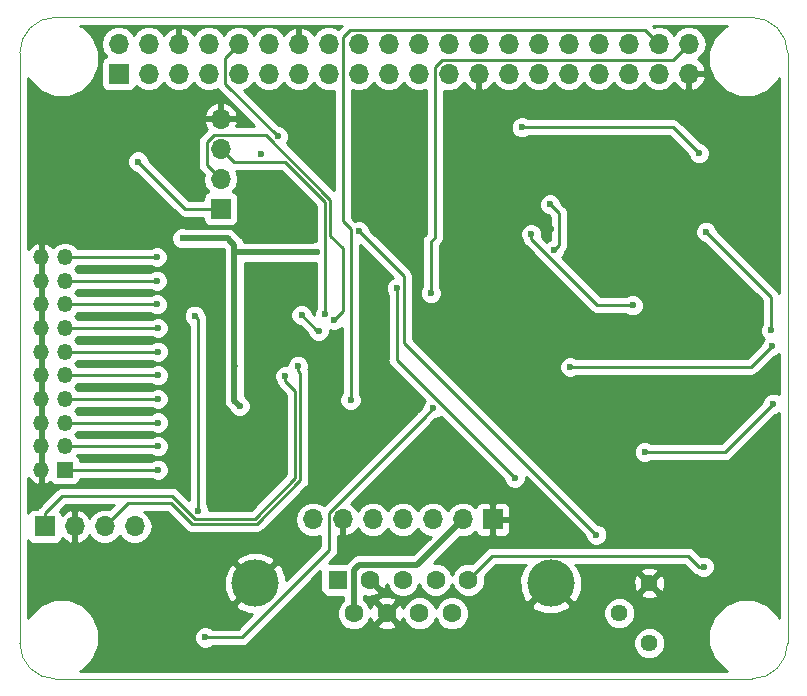
<source format=gbl>
%TF.GenerationSoftware,KiCad,Pcbnew,(2018-02-05 revision 1f487593f)-makepkg*%
%TF.CreationDate,2018-06-26T14:30:34+02:00*%
%TF.ProjectId,MMDVM_Hat,4D4D44564D5F4861742E6B696361645F,rev?*%
%TF.SameCoordinates,Original*%
%TF.FileFunction,Copper,L2,Bot,Signal*%
%TF.FilePolarity,Positive*%
%FSLAX46Y46*%
G04 Gerber Fmt 4.6, Leading zero omitted, Abs format (unit mm)*
G04 Created by KiCad (PCBNEW (2018-02-05 revision 1f487593f)-makepkg) date 06/26/18 14:30:34*
%MOMM*%
%LPD*%
G01*
G04 APERTURE LIST*
%ADD10C,0.100000*%
%ADD11C,4.000000*%
%ADD12C,1.600000*%
%ADD13R,1.600000X1.600000*%
%ADD14O,1.700000X1.700000*%
%ADD15R,1.700000X1.700000*%
%ADD16C,1.440000*%
%ADD17O,1.350000X1.350000*%
%ADD18R,1.350000X1.350000*%
%ADD19C,0.600000*%
%ADD20C,0.250000*%
%ADD21C,0.500000*%
%ADD22C,0.254000*%
G04 APERTURE END LIST*
D10*
X84400000Y-72300000D02*
G75*
G03X81400000Y-69300000I-3000000J0D01*
G01*
X22400000Y-69300000D02*
X81400000Y-69300000D01*
X22400000Y-69300000D02*
G75*
G03X19400000Y-72300000I0J-3000000D01*
G01*
X81400000Y-125300000D02*
G75*
G03X84400000Y-122300000I0J3000000D01*
G01*
X19400000Y-122300000D02*
G75*
G03X22400000Y-125300000I3000000J0D01*
G01*
X19400000Y-87800000D02*
X19400000Y-122300000D01*
X19400000Y-72300000D02*
X19400000Y-87800000D01*
X22400000Y-125300000D02*
X81400000Y-125300000D01*
X84400000Y-72300000D02*
X84400000Y-122300000D01*
D11*
X64340000Y-117200000D03*
X39340000Y-117200000D03*
D12*
X55995000Y-119740000D03*
X53225000Y-119740000D03*
X50455000Y-119740000D03*
X47685000Y-119740000D03*
X57380000Y-116900000D03*
X54610000Y-116900000D03*
X51840000Y-116900000D03*
X49070000Y-116900000D03*
D13*
X46300000Y-116900000D03*
D14*
X76030000Y-71530000D03*
X76030000Y-74070000D03*
X73490000Y-71530000D03*
X73490000Y-74070000D03*
X70950000Y-71530000D03*
X70950000Y-74070000D03*
X68410000Y-71530000D03*
X68410000Y-74070000D03*
X65870000Y-71530000D03*
X65870000Y-74070000D03*
X63330000Y-71530000D03*
X63330000Y-74070000D03*
X60790000Y-71530000D03*
X60790000Y-74070000D03*
X58250000Y-71530000D03*
X58250000Y-74070000D03*
X55710000Y-71530000D03*
X55710000Y-74070000D03*
X53170000Y-71530000D03*
X53170000Y-74070000D03*
X50630000Y-71530000D03*
X50630000Y-74070000D03*
X48090000Y-71530000D03*
X48090000Y-74070000D03*
X45550000Y-71530000D03*
X45550000Y-74070000D03*
X43010000Y-71530000D03*
X43010000Y-74070000D03*
X40470000Y-71530000D03*
X40470000Y-74070000D03*
X37930000Y-71530000D03*
X37930000Y-74070000D03*
X35390000Y-71530000D03*
X35390000Y-74070000D03*
X32850000Y-71530000D03*
X32850000Y-74070000D03*
X30310000Y-71530000D03*
X30310000Y-74070000D03*
X27770000Y-71530000D03*
D15*
X27770000Y-74070000D03*
X36400000Y-85500000D03*
D14*
X36400000Y-82960000D03*
X36400000Y-80420000D03*
X36400000Y-77880000D03*
X44210000Y-111800000D03*
X46750000Y-111800000D03*
X49290000Y-111800000D03*
X51830000Y-111800000D03*
X54370000Y-111800000D03*
X56910000Y-111800000D03*
D15*
X59450000Y-111800000D03*
D14*
X29120000Y-112400000D03*
X26580000Y-112400000D03*
X24040000Y-112400000D03*
D15*
X21500000Y-112400000D03*
D16*
X72700000Y-117210000D03*
X70160000Y-119750000D03*
X72700000Y-122290000D03*
D17*
X21200000Y-89600000D03*
X23200000Y-89600000D03*
X21200000Y-91600000D03*
X23200000Y-91600000D03*
X21200000Y-93600000D03*
X23200000Y-93600000D03*
X21200000Y-95600000D03*
X23200000Y-95600000D03*
X21200000Y-97600000D03*
X23200000Y-97600000D03*
X21200000Y-99600000D03*
X23200000Y-99600000D03*
X21200000Y-101600000D03*
X23200000Y-101600000D03*
X21200000Y-103600000D03*
X23200000Y-103600000D03*
X21200000Y-105600000D03*
X23200000Y-105600000D03*
X21200000Y-107600000D03*
D18*
X23200000Y-107600000D03*
D19*
X52900000Y-86100000D03*
X74700000Y-82500000D03*
X65800000Y-96000000D03*
X45600000Y-99300000D03*
X32700000Y-108800000D03*
X20800000Y-118400000D03*
X26200000Y-124100000D03*
X34600000Y-117100000D03*
X41500000Y-113100000D03*
X57000000Y-114800000D03*
X66500000Y-113300000D03*
X70000000Y-109800000D03*
X80800000Y-117200000D03*
X77200000Y-110600000D03*
X75300000Y-94300000D03*
X81900000Y-94300000D03*
X71300000Y-89800000D03*
X66400000Y-82500000D03*
X60300000Y-82800000D03*
X66400000Y-77400000D03*
X49000000Y-83900000D03*
X39900000Y-86800000D03*
X29800000Y-76100000D03*
X29900000Y-85100000D03*
X24400000Y-85100000D03*
X35400000Y-90300000D03*
X36300000Y-105800000D03*
X39400000Y-95100000D03*
X74675000Y-96350000D03*
X80800000Y-110750000D03*
X74050000Y-112000000D03*
X81750000Y-104900000D03*
X30050000Y-79700000D03*
X24375000Y-82225000D03*
X20525000Y-87400000D03*
X20600000Y-76175000D03*
X83050000Y-98750000D03*
X52200000Y-103450000D03*
X49550000Y-103550000D03*
X47400000Y-101700000D03*
X64400000Y-87250000D03*
X44200000Y-91700000D03*
X39800000Y-80900000D03*
X40400000Y-76200000D03*
X74700000Y-85900000D03*
X58800000Y-92000000D03*
X58600000Y-88400000D03*
X78000000Y-124200000D03*
X78800000Y-82200000D03*
X29400000Y-81500000D03*
X83200000Y-102000000D03*
X72300000Y-106100000D03*
X44600000Y-89125002D03*
X33175000Y-88000000D03*
X38000000Y-102200000D03*
X77500000Y-87450000D03*
X83000000Y-95800000D03*
X54200000Y-92650000D03*
X62700000Y-87650000D03*
X71275000Y-93675000D03*
X83100000Y-97100000D03*
X66000000Y-98900000D03*
X54400000Y-102400000D03*
X64300000Y-85125000D03*
X64600000Y-89025001D03*
X35100000Y-121800000D03*
X31000000Y-89575000D03*
X31000000Y-91600000D03*
X31000000Y-93600000D03*
X31100000Y-95600000D03*
X31100000Y-105600000D03*
X31100000Y-103600000D03*
X31100000Y-101600000D03*
X31100000Y-99600000D03*
X31100000Y-97600000D03*
X77300000Y-115800000D03*
X41222648Y-79377352D03*
X46000000Y-94900000D03*
X45250000Y-94400000D03*
X34207640Y-94567970D03*
X34500000Y-111100000D03*
X42950000Y-98800000D03*
X43250000Y-94500000D03*
X44700000Y-95850000D03*
X41850000Y-99650000D03*
X51300000Y-92200000D03*
X61300000Y-108300000D03*
X61900000Y-78600000D03*
X76900000Y-80800000D03*
X48100000Y-87400001D03*
X68200000Y-113100000D03*
X31100000Y-107600000D03*
D20*
X47400000Y-87249998D02*
X47400000Y-101700000D01*
X72314999Y-70354999D02*
X47345001Y-70354999D01*
X73490000Y-71530000D02*
X72314999Y-70354999D01*
X47345001Y-70354999D02*
X46725001Y-70974999D01*
X46725001Y-70974999D02*
X46725001Y-86574999D01*
X46725001Y-86574999D02*
X47400000Y-87249998D01*
X33400000Y-85500000D02*
X29400000Y-81500000D01*
X36400000Y-85500000D02*
X33400000Y-85500000D01*
X72300000Y-106100000D02*
X79100000Y-106100000D01*
X79100000Y-106100000D02*
X83200000Y-102000000D01*
D21*
X44525002Y-89200000D02*
X44600000Y-89125002D01*
X37561824Y-89200000D02*
X44525002Y-89200000D01*
X37561824Y-89200000D02*
X37561824Y-88561824D01*
X37561824Y-92371824D02*
X37561824Y-89200000D01*
X37000000Y-88000000D02*
X37200000Y-88200000D01*
X33175000Y-88000000D02*
X37000000Y-88000000D01*
X37200000Y-88200000D02*
X37561824Y-88561824D01*
X37561824Y-98761824D02*
X37561824Y-92371824D01*
X37561824Y-101761824D02*
X38000000Y-102200000D01*
X37561824Y-98761824D02*
X37561824Y-101761824D01*
D20*
X83000000Y-92950000D02*
X83000000Y-95200000D01*
X77500000Y-87450000D02*
X83000000Y-92950000D01*
X83000000Y-95200000D02*
X83000000Y-95800000D01*
D21*
X37561824Y-98761824D02*
X37600000Y-98800000D01*
D20*
X54534999Y-87934999D02*
X54200000Y-88269998D01*
X54200000Y-88269998D02*
X54200000Y-92650000D01*
X74665001Y-72894999D02*
X55145999Y-72894999D01*
X76030000Y-71530000D02*
X74665001Y-72894999D01*
X55145999Y-72894999D02*
X54534999Y-73505999D01*
X54534999Y-73505999D02*
X54534999Y-87934999D01*
X62700000Y-87650000D02*
X62700000Y-88074264D01*
X62700000Y-88074264D02*
X68300736Y-93675000D01*
X68300736Y-93675000D02*
X70850736Y-93675000D01*
X70850736Y-93675000D02*
X71275000Y-93675000D01*
X81300000Y-98900000D02*
X83100000Y-97100000D01*
X66000000Y-98900000D02*
X81300000Y-98900000D01*
X53610998Y-103189002D02*
X54400000Y-102400000D01*
X53610998Y-103200000D02*
X53610998Y-103189002D01*
X64600000Y-89025001D02*
X65025001Y-88600000D01*
X65025001Y-88600000D02*
X65025001Y-85850001D01*
X65025001Y-85850001D02*
X64300000Y-85125000D01*
X53610998Y-103200000D02*
X45574999Y-111235999D01*
X45574999Y-111235999D02*
X45574999Y-114406003D01*
X45574999Y-114406003D02*
X38181002Y-121800000D01*
X38181002Y-121800000D02*
X35100000Y-121800000D01*
X23200000Y-89600000D02*
X30975000Y-89600000D01*
X30975000Y-89600000D02*
X31000000Y-89575000D01*
X23200000Y-91600000D02*
X31000000Y-91600000D01*
X23200000Y-93600000D02*
X31000000Y-93600000D01*
X23200000Y-95600000D02*
X31100000Y-95600000D01*
X23200000Y-105600000D02*
X31100000Y-105600000D01*
X23200000Y-103600000D02*
X31100000Y-103600000D01*
X23200000Y-101600000D02*
X31100000Y-101600000D01*
X23200000Y-99600000D02*
X31100000Y-99600000D01*
X23200000Y-97600000D02*
X31100000Y-97600000D01*
D21*
X56910000Y-111800000D02*
X53060001Y-115649999D01*
X53060001Y-115649999D02*
X48150001Y-115649999D01*
X48150001Y-115649999D02*
X47685000Y-116115000D01*
X47685000Y-116115000D02*
X47685000Y-118608630D01*
X47685000Y-118608630D02*
X47685000Y-119740000D01*
D20*
X77300000Y-115800000D02*
X76875736Y-115800000D01*
X76875736Y-115800000D02*
X75950735Y-114874999D01*
X75950735Y-114874999D02*
X59405001Y-114874999D01*
X59405001Y-114874999D02*
X57380000Y-116900000D01*
X36754999Y-72705001D02*
X36754999Y-74909703D01*
X37930000Y-71530000D02*
X36754999Y-72705001D01*
X36754999Y-74909703D02*
X41222648Y-79377352D01*
X45700010Y-84738598D02*
X45700010Y-87775008D01*
X35835999Y-79244999D02*
X40206411Y-79244999D01*
X40206411Y-79244999D02*
X45700010Y-84738598D01*
X35224999Y-79855999D02*
X35835999Y-79244999D01*
X36400000Y-82960000D02*
X35224999Y-81784999D01*
X35224999Y-81784999D02*
X35224999Y-79855999D01*
X45700010Y-87775008D02*
X46725001Y-88799999D01*
X46725001Y-88799999D02*
X46725001Y-94174999D01*
X46725001Y-94174999D02*
X46000000Y-94900000D01*
X45250000Y-94400000D02*
X45250000Y-84924998D01*
X45250000Y-84924998D02*
X41850003Y-81525001D01*
X41850003Y-81525001D02*
X37505001Y-81525001D01*
X37505001Y-81525001D02*
X37249999Y-81269999D01*
X37249999Y-81269999D02*
X36400000Y-80420000D01*
X34500000Y-111100000D02*
X34500000Y-94860330D01*
X34500000Y-94860330D02*
X34207640Y-94567970D01*
X32200000Y-110400000D02*
X28580000Y-110400000D01*
X28580000Y-110400000D02*
X26580000Y-112400000D01*
X33975011Y-112175011D02*
X32200000Y-110400000D01*
X43150010Y-108486400D02*
X39461399Y-112175011D01*
X39461399Y-112175011D02*
X33975011Y-112175011D01*
X43150010Y-108486400D02*
X43150010Y-99424274D01*
X43150010Y-99424274D02*
X42950000Y-99224264D01*
X42950000Y-99224264D02*
X42950000Y-98800000D01*
X21500000Y-112400000D02*
X21500000Y-111300000D01*
X21500000Y-111300000D02*
X23000000Y-109800000D01*
X23000000Y-109800000D02*
X32274998Y-109800000D01*
X32274998Y-109800000D02*
X34199999Y-111725001D01*
X34199999Y-111725001D02*
X39274999Y-111725001D01*
X39274999Y-111725001D02*
X42700000Y-108300000D01*
X42700000Y-100924264D02*
X42700000Y-108300000D01*
X41850000Y-99650000D02*
X41850000Y-100074264D01*
X41850000Y-100074264D02*
X42700000Y-100924264D01*
X44600000Y-95850000D02*
X43250000Y-94500000D01*
X44700000Y-95850000D02*
X44600000Y-95850000D01*
X51300000Y-98300000D02*
X51300000Y-92200000D01*
X61300000Y-108300000D02*
X51300000Y-98300000D01*
X61900000Y-78600000D02*
X74700000Y-78600000D01*
X74700000Y-78600000D02*
X76900000Y-80800000D01*
X51925001Y-96825001D02*
X51925001Y-91225002D01*
X68200000Y-113100000D02*
X51925001Y-96825001D01*
X51925001Y-91225002D02*
X48100000Y-87400001D01*
X23200000Y-107600000D02*
X31100000Y-107600000D01*
D22*
G36*
X46347991Y-70277207D02*
X46129418Y-70131161D01*
X45696256Y-70045000D01*
X45403744Y-70045000D01*
X44970582Y-70131161D01*
X44479375Y-70459375D01*
X44266157Y-70778478D01*
X44205183Y-70648642D01*
X43776924Y-70258355D01*
X43366890Y-70088524D01*
X43137000Y-70209845D01*
X43137000Y-71403000D01*
X43157000Y-71403000D01*
X43157000Y-71657000D01*
X43137000Y-71657000D01*
X43137000Y-71677000D01*
X42883000Y-71677000D01*
X42883000Y-71657000D01*
X42863000Y-71657000D01*
X42863000Y-71403000D01*
X42883000Y-71403000D01*
X42883000Y-70209845D01*
X42653110Y-70088524D01*
X42243076Y-70258355D01*
X41814817Y-70648642D01*
X41753843Y-70778478D01*
X41540625Y-70459375D01*
X41049418Y-70131161D01*
X40616256Y-70045000D01*
X40323744Y-70045000D01*
X39890582Y-70131161D01*
X39399375Y-70459375D01*
X39200000Y-70757761D01*
X39000625Y-70459375D01*
X38509418Y-70131161D01*
X38076256Y-70045000D01*
X37783744Y-70045000D01*
X37350582Y-70131161D01*
X36859375Y-70459375D01*
X36660000Y-70757761D01*
X36460625Y-70459375D01*
X35969418Y-70131161D01*
X35536256Y-70045000D01*
X35243744Y-70045000D01*
X34810582Y-70131161D01*
X34319375Y-70459375D01*
X34106157Y-70778478D01*
X34045183Y-70648642D01*
X33616924Y-70258355D01*
X33206890Y-70088524D01*
X32977000Y-70209845D01*
X32977000Y-71403000D01*
X32997000Y-71403000D01*
X32997000Y-71657000D01*
X32977000Y-71657000D01*
X32977000Y-71677000D01*
X32723000Y-71677000D01*
X32723000Y-71657000D01*
X32703000Y-71657000D01*
X32703000Y-71403000D01*
X32723000Y-71403000D01*
X32723000Y-70209845D01*
X32493110Y-70088524D01*
X32083076Y-70258355D01*
X31654817Y-70648642D01*
X31593843Y-70778478D01*
X31380625Y-70459375D01*
X30889418Y-70131161D01*
X30456256Y-70045000D01*
X30163744Y-70045000D01*
X29730582Y-70131161D01*
X29239375Y-70459375D01*
X29040000Y-70757761D01*
X28840625Y-70459375D01*
X28349418Y-70131161D01*
X27916256Y-70045000D01*
X27623744Y-70045000D01*
X27190582Y-70131161D01*
X26699375Y-70459375D01*
X26371161Y-70950582D01*
X26255908Y-71530000D01*
X26371161Y-72109418D01*
X26699375Y-72600625D01*
X26717619Y-72612816D01*
X26672235Y-72621843D01*
X26462191Y-72762191D01*
X26321843Y-72972235D01*
X26272560Y-73220000D01*
X26272560Y-74920000D01*
X26321843Y-75167765D01*
X26462191Y-75377809D01*
X26672235Y-75518157D01*
X26920000Y-75567440D01*
X28620000Y-75567440D01*
X28867765Y-75518157D01*
X29077809Y-75377809D01*
X29218157Y-75167765D01*
X29227184Y-75122381D01*
X29239375Y-75140625D01*
X29730582Y-75468839D01*
X30163744Y-75555000D01*
X30456256Y-75555000D01*
X30889418Y-75468839D01*
X31380625Y-75140625D01*
X31580000Y-74842239D01*
X31779375Y-75140625D01*
X32270582Y-75468839D01*
X32703744Y-75555000D01*
X32996256Y-75555000D01*
X33429418Y-75468839D01*
X33920625Y-75140625D01*
X34120000Y-74842239D01*
X34319375Y-75140625D01*
X34810582Y-75468839D01*
X35243744Y-75555000D01*
X35536256Y-75555000D01*
X35969418Y-75468839D01*
X36138894Y-75355599D01*
X36207071Y-75457632D01*
X36270527Y-75500032D01*
X39255493Y-78484999D01*
X37738712Y-78484999D01*
X37841476Y-78236890D01*
X37720155Y-78007000D01*
X36527000Y-78007000D01*
X36527000Y-78027000D01*
X36273000Y-78027000D01*
X36273000Y-78007000D01*
X35079845Y-78007000D01*
X34958524Y-78236890D01*
X35128355Y-78646924D01*
X35238457Y-78767738D01*
X34740526Y-79265671D01*
X34677071Y-79308070D01*
X34634671Y-79371526D01*
X34634670Y-79371527D01*
X34509096Y-79559462D01*
X34450111Y-79855999D01*
X34465000Y-79930851D01*
X34464999Y-81710152D01*
X34450111Y-81784999D01*
X34464999Y-81859846D01*
X34464999Y-81859850D01*
X34509095Y-82081535D01*
X34677070Y-82332928D01*
X34740529Y-82375330D01*
X34958791Y-82593592D01*
X34885908Y-82960000D01*
X35001161Y-83539418D01*
X35329375Y-84030625D01*
X35347619Y-84042816D01*
X35302235Y-84051843D01*
X35092191Y-84192191D01*
X34951843Y-84402235D01*
X34902560Y-84650000D01*
X34902560Y-84740000D01*
X33714802Y-84740000D01*
X30335000Y-81360199D01*
X30335000Y-81314017D01*
X30192655Y-80970365D01*
X29929635Y-80707345D01*
X29585983Y-80565000D01*
X29214017Y-80565000D01*
X28870365Y-80707345D01*
X28607345Y-80970365D01*
X28465000Y-81314017D01*
X28465000Y-81685983D01*
X28607345Y-82029635D01*
X28870365Y-82292655D01*
X29214017Y-82435000D01*
X29260199Y-82435000D01*
X32809671Y-85984473D01*
X32852071Y-86047929D01*
X33103463Y-86215904D01*
X33325148Y-86260000D01*
X33325152Y-86260000D01*
X33399999Y-86274888D01*
X33474846Y-86260000D01*
X34902560Y-86260000D01*
X34902560Y-86350000D01*
X34951843Y-86597765D01*
X35092191Y-86807809D01*
X35302235Y-86948157D01*
X35550000Y-86997440D01*
X37250000Y-86997440D01*
X37497765Y-86948157D01*
X37707809Y-86807809D01*
X37848157Y-86597765D01*
X37897440Y-86350000D01*
X37897440Y-84650000D01*
X37848157Y-84402235D01*
X37707809Y-84192191D01*
X37497765Y-84051843D01*
X37452381Y-84042816D01*
X37470625Y-84030625D01*
X37798839Y-83539418D01*
X37914092Y-82960000D01*
X37798839Y-82380582D01*
X37734974Y-82285001D01*
X41535202Y-82285001D01*
X44490001Y-85239801D01*
X44490001Y-88190002D01*
X44414017Y-88190002D01*
X44112244Y-88315000D01*
X38415066Y-88315000D01*
X38395476Y-88216514D01*
X38199873Y-87923775D01*
X38125977Y-87874399D01*
X37687425Y-87435847D01*
X37638049Y-87361951D01*
X37345310Y-87166348D01*
X37087165Y-87115000D01*
X37087161Y-87115000D01*
X37000000Y-87097663D01*
X36912839Y-87115000D01*
X33481694Y-87115000D01*
X33360983Y-87065000D01*
X32989017Y-87065000D01*
X32645365Y-87207345D01*
X32382345Y-87470365D01*
X32240000Y-87814017D01*
X32240000Y-88185983D01*
X32382345Y-88529635D01*
X32645365Y-88792655D01*
X32989017Y-88935000D01*
X33360983Y-88935000D01*
X33481694Y-88885000D01*
X36633422Y-88885000D01*
X36676824Y-88928402D01*
X36676824Y-89112835D01*
X36659486Y-89200000D01*
X36676825Y-89287169D01*
X36676824Y-92458988D01*
X36676825Y-92458993D01*
X36676824Y-98674659D01*
X36676824Y-98674663D01*
X36659487Y-98761824D01*
X36676824Y-98848985D01*
X36676825Y-101674659D01*
X36659487Y-101761824D01*
X36728172Y-102107133D01*
X36874400Y-102325978D01*
X36874402Y-102325980D01*
X36923776Y-102399873D01*
X36997669Y-102449247D01*
X37157344Y-102608922D01*
X37207345Y-102729635D01*
X37470365Y-102992655D01*
X37814017Y-103135000D01*
X38185983Y-103135000D01*
X38529635Y-102992655D01*
X38792655Y-102729635D01*
X38935000Y-102385983D01*
X38935000Y-102014017D01*
X38792655Y-101670365D01*
X38529635Y-101407345D01*
X38446824Y-101373044D01*
X38446824Y-99079088D01*
X38502337Y-98799999D01*
X38446824Y-98520912D01*
X38446824Y-90085000D01*
X44437841Y-90085000D01*
X44490000Y-90095375D01*
X44490000Y-93837710D01*
X44457345Y-93870365D01*
X44315000Y-94214017D01*
X44315000Y-94490198D01*
X44185000Y-94360198D01*
X44185000Y-94314017D01*
X44042655Y-93970365D01*
X43779635Y-93707345D01*
X43435983Y-93565000D01*
X43064017Y-93565000D01*
X42720365Y-93707345D01*
X42457345Y-93970365D01*
X42315000Y-94314017D01*
X42315000Y-94685983D01*
X42457345Y-95029635D01*
X42720365Y-95292655D01*
X43064017Y-95435000D01*
X43110198Y-95435000D01*
X43803056Y-96127859D01*
X43907345Y-96379635D01*
X44170365Y-96642655D01*
X44514017Y-96785000D01*
X44885983Y-96785000D01*
X45229635Y-96642655D01*
X45492655Y-96379635D01*
X45635000Y-96035983D01*
X45635000Y-95760849D01*
X45814017Y-95835000D01*
X46185983Y-95835000D01*
X46529635Y-95692655D01*
X46640001Y-95582289D01*
X46640001Y-101137709D01*
X46607345Y-101170365D01*
X46465000Y-101514017D01*
X46465000Y-101885983D01*
X46607345Y-102229635D01*
X46870365Y-102492655D01*
X47214017Y-102635000D01*
X47585983Y-102635000D01*
X47929635Y-102492655D01*
X48192655Y-102229635D01*
X48335000Y-101885983D01*
X48335000Y-101514017D01*
X48192655Y-101170365D01*
X48160000Y-101137710D01*
X48160000Y-88534802D01*
X50955752Y-91330555D01*
X50770365Y-91407345D01*
X50507345Y-91670365D01*
X50365000Y-92014017D01*
X50365000Y-92385983D01*
X50507345Y-92729635D01*
X50540001Y-92762291D01*
X50540000Y-98225153D01*
X50525112Y-98300000D01*
X50540000Y-98374847D01*
X50540000Y-98374851D01*
X50584096Y-98596536D01*
X50752071Y-98847929D01*
X50815530Y-98890331D01*
X53701454Y-101776256D01*
X53607345Y-101870365D01*
X53465000Y-102214017D01*
X53465000Y-102260198D01*
X53126527Y-102598672D01*
X53063069Y-102641073D01*
X52998523Y-102737673D01*
X45116492Y-110619705D01*
X44789418Y-110401161D01*
X44356256Y-110315000D01*
X44063744Y-110315000D01*
X43630582Y-110401161D01*
X43139375Y-110729375D01*
X42811161Y-111220582D01*
X42695908Y-111800000D01*
X42811161Y-112379418D01*
X43139375Y-112870625D01*
X43630582Y-113198839D01*
X44063744Y-113285000D01*
X44356256Y-113285000D01*
X44789418Y-113198839D01*
X44815000Y-113181746D01*
X44815000Y-114091200D01*
X41972946Y-116933254D01*
X41970713Y-116654753D01*
X41585743Y-115725353D01*
X41215022Y-115504584D01*
X39519605Y-117200000D01*
X39533748Y-117214142D01*
X39354142Y-117393748D01*
X39340000Y-117379605D01*
X37644584Y-119075022D01*
X37865353Y-119445743D01*
X38837012Y-119839119D01*
X39068942Y-119837259D01*
X37866201Y-121040000D01*
X35662290Y-121040000D01*
X35629635Y-121007345D01*
X35285983Y-120865000D01*
X34914017Y-120865000D01*
X34570365Y-121007345D01*
X34307345Y-121270365D01*
X34165000Y-121614017D01*
X34165000Y-121985983D01*
X34307345Y-122329635D01*
X34570365Y-122592655D01*
X34914017Y-122735000D01*
X35285983Y-122735000D01*
X35629635Y-122592655D01*
X35662290Y-122560000D01*
X38106155Y-122560000D01*
X38181002Y-122574888D01*
X38255849Y-122560000D01*
X38255854Y-122560000D01*
X38477539Y-122515904D01*
X38728931Y-122347929D01*
X38771333Y-122284470D01*
X39035329Y-122020474D01*
X71345000Y-122020474D01*
X71345000Y-122559526D01*
X71551286Y-123057546D01*
X71932454Y-123438714D01*
X72430474Y-123645000D01*
X72969526Y-123645000D01*
X73467546Y-123438714D01*
X73848714Y-123057546D01*
X74055000Y-122559526D01*
X74055000Y-122020474D01*
X73848714Y-121522454D01*
X73467546Y-121141286D01*
X72969526Y-120935000D01*
X72430474Y-120935000D01*
X71932454Y-121141286D01*
X71551286Y-121522454D01*
X71345000Y-122020474D01*
X39035329Y-122020474D01*
X44852560Y-116203244D01*
X44852560Y-117700000D01*
X44901843Y-117947765D01*
X45042191Y-118157809D01*
X45252235Y-118298157D01*
X45500000Y-118347440D01*
X46800001Y-118347440D01*
X46800001Y-118521461D01*
X46800000Y-118521466D01*
X46800000Y-118595604D01*
X46468466Y-118927138D01*
X46250000Y-119454561D01*
X46250000Y-120025439D01*
X46468466Y-120552862D01*
X46872138Y-120956534D01*
X47399561Y-121175000D01*
X47970439Y-121175000D01*
X48497862Y-120956534D01*
X48706651Y-120747745D01*
X49626861Y-120747745D01*
X49700995Y-120993864D01*
X50238223Y-121186965D01*
X50808454Y-121159778D01*
X51209005Y-120993864D01*
X51283139Y-120747745D01*
X50455000Y-119919605D01*
X49626861Y-120747745D01*
X48706651Y-120747745D01*
X48901534Y-120552862D01*
X49063525Y-120161782D01*
X49201136Y-120494005D01*
X49447255Y-120568139D01*
X50275395Y-119740000D01*
X50634605Y-119740000D01*
X51462745Y-120568139D01*
X51708864Y-120494005D01*
X51836732Y-120138261D01*
X52008466Y-120552862D01*
X52412138Y-120956534D01*
X52939561Y-121175000D01*
X53510439Y-121175000D01*
X54037862Y-120956534D01*
X54441534Y-120552862D01*
X54610000Y-120146150D01*
X54778466Y-120552862D01*
X55182138Y-120956534D01*
X55709561Y-121175000D01*
X56280439Y-121175000D01*
X56807862Y-120956534D01*
X57211534Y-120552862D01*
X57430000Y-120025439D01*
X57430000Y-119454561D01*
X57272790Y-119075022D01*
X62644584Y-119075022D01*
X62865353Y-119445743D01*
X63837012Y-119839119D01*
X64885247Y-119830713D01*
X65730798Y-119480474D01*
X68805000Y-119480474D01*
X68805000Y-120019526D01*
X69011286Y-120517546D01*
X69392454Y-120898714D01*
X69890474Y-121105000D01*
X70429526Y-121105000D01*
X70927546Y-120898714D01*
X71308714Y-120517546D01*
X71515000Y-120019526D01*
X71515000Y-119480474D01*
X71308714Y-118982454D01*
X70927546Y-118601286D01*
X70429526Y-118395000D01*
X69890474Y-118395000D01*
X69392454Y-118601286D01*
X69011286Y-118982454D01*
X68805000Y-119480474D01*
X65730798Y-119480474D01*
X65814647Y-119445743D01*
X66035416Y-119075022D01*
X64340000Y-117379605D01*
X62644584Y-119075022D01*
X57272790Y-119075022D01*
X57211534Y-118927138D01*
X56807862Y-118523466D01*
X56280439Y-118305000D01*
X55709561Y-118305000D01*
X55182138Y-118523466D01*
X54778466Y-118927138D01*
X54610000Y-119333850D01*
X54441534Y-118927138D01*
X54037862Y-118523466D01*
X53510439Y-118305000D01*
X52939561Y-118305000D01*
X52412138Y-118523466D01*
X52008466Y-118927138D01*
X51846475Y-119318218D01*
X51708864Y-118985995D01*
X51462745Y-118911861D01*
X50634605Y-119740000D01*
X50275395Y-119740000D01*
X49447255Y-118911861D01*
X49201136Y-118985995D01*
X49073268Y-119341739D01*
X48901534Y-118927138D01*
X48706651Y-118732255D01*
X49626861Y-118732255D01*
X50455000Y-119560395D01*
X51283139Y-118732255D01*
X51209005Y-118486136D01*
X50671777Y-118293035D01*
X50101546Y-118320222D01*
X49700995Y-118486136D01*
X49626861Y-118732255D01*
X48706651Y-118732255D01*
X48570000Y-118595604D01*
X48570000Y-118245163D01*
X48853223Y-118346965D01*
X49423454Y-118319778D01*
X49824005Y-118153864D01*
X49898139Y-117907745D01*
X49070000Y-117079605D01*
X49055858Y-117093748D01*
X48876253Y-116914143D01*
X48890395Y-116900000D01*
X48876253Y-116885858D01*
X49055858Y-116706253D01*
X49070000Y-116720395D01*
X49084143Y-116706253D01*
X49263748Y-116885858D01*
X49249605Y-116900000D01*
X50077745Y-117728139D01*
X50323864Y-117654005D01*
X50451732Y-117298261D01*
X50623466Y-117712862D01*
X51027138Y-118116534D01*
X51554561Y-118335000D01*
X52125439Y-118335000D01*
X52652862Y-118116534D01*
X53056534Y-117712862D01*
X53225000Y-117306150D01*
X53393466Y-117712862D01*
X53797138Y-118116534D01*
X54324561Y-118335000D01*
X54895439Y-118335000D01*
X55422862Y-118116534D01*
X55826534Y-117712862D01*
X55995000Y-117306150D01*
X56163466Y-117712862D01*
X56567138Y-118116534D01*
X57094561Y-118335000D01*
X57665439Y-118335000D01*
X58192862Y-118116534D01*
X58596534Y-117712862D01*
X58815000Y-117185439D01*
X58815000Y-116614561D01*
X58793103Y-116561698D01*
X59719803Y-115634999D01*
X62245982Y-115634999D01*
X62094257Y-115725353D01*
X61700881Y-116697012D01*
X61709287Y-117745247D01*
X62094257Y-118674647D01*
X62464978Y-118895416D01*
X64160395Y-117200000D01*
X64146252Y-117185858D01*
X64325858Y-117006252D01*
X64340000Y-117020395D01*
X64354142Y-117006252D01*
X64533748Y-117185858D01*
X64519605Y-117200000D01*
X66215022Y-118895416D01*
X66585743Y-118674647D01*
X66794189Y-118159774D01*
X71929831Y-118159774D01*
X71994131Y-118397611D01*
X72502342Y-118577333D01*
X73040644Y-118548892D01*
X73405869Y-118397611D01*
X73470169Y-118159774D01*
X72700000Y-117389605D01*
X71929831Y-118159774D01*
X66794189Y-118159774D01*
X66979119Y-117702988D01*
X66973581Y-117012342D01*
X71332667Y-117012342D01*
X71361108Y-117550644D01*
X71512389Y-117915869D01*
X71750226Y-117980169D01*
X72520395Y-117210000D01*
X72879605Y-117210000D01*
X73649774Y-117980169D01*
X73887611Y-117915869D01*
X74067333Y-117407658D01*
X74038892Y-116869356D01*
X73887611Y-116504131D01*
X73649774Y-116439831D01*
X72879605Y-117210000D01*
X72520395Y-117210000D01*
X71750226Y-116439831D01*
X71512389Y-116504131D01*
X71332667Y-117012342D01*
X66973581Y-117012342D01*
X66970713Y-116654753D01*
X66807295Y-116260226D01*
X71929831Y-116260226D01*
X72700000Y-117030395D01*
X73470169Y-116260226D01*
X73405869Y-116022389D01*
X72897658Y-115842667D01*
X72359356Y-115871108D01*
X71994131Y-116022389D01*
X71929831Y-116260226D01*
X66807295Y-116260226D01*
X66585743Y-115725353D01*
X66434018Y-115634999D01*
X75635934Y-115634999D01*
X76285407Y-116284473D01*
X76327807Y-116347929D01*
X76579199Y-116515904D01*
X76722024Y-116544314D01*
X76770365Y-116592655D01*
X77114017Y-116735000D01*
X77485983Y-116735000D01*
X77829635Y-116592655D01*
X78092655Y-116329635D01*
X78235000Y-115985983D01*
X78235000Y-115614017D01*
X78092655Y-115270365D01*
X77829635Y-115007345D01*
X77485983Y-114865000D01*
X77114017Y-114865000D01*
X77044381Y-114893844D01*
X76541066Y-114390529D01*
X76498664Y-114327070D01*
X76247272Y-114159095D01*
X76025587Y-114114999D01*
X76025582Y-114114999D01*
X75950735Y-114100111D01*
X75875888Y-114114999D01*
X59479848Y-114114999D01*
X59405001Y-114100111D01*
X59330154Y-114114999D01*
X59330149Y-114114999D01*
X59108464Y-114159095D01*
X58857072Y-114327070D01*
X58814672Y-114390526D01*
X57718302Y-115486897D01*
X57665439Y-115465000D01*
X57094561Y-115465000D01*
X56567138Y-115683466D01*
X56163466Y-116087138D01*
X55995000Y-116493850D01*
X55826534Y-116087138D01*
X55422862Y-115683466D01*
X54895439Y-115465000D01*
X54496578Y-115465000D01*
X56691040Y-113270538D01*
X56763744Y-113285000D01*
X57056256Y-113285000D01*
X57489418Y-113198839D01*
X57980625Y-112870625D01*
X57995096Y-112848967D01*
X58061673Y-113009698D01*
X58240301Y-113188327D01*
X58473690Y-113285000D01*
X59164250Y-113285000D01*
X59323000Y-113126250D01*
X59323000Y-111927000D01*
X59577000Y-111927000D01*
X59577000Y-113126250D01*
X59735750Y-113285000D01*
X60426310Y-113285000D01*
X60659699Y-113188327D01*
X60838327Y-113009698D01*
X60935000Y-112776309D01*
X60935000Y-112085750D01*
X60776250Y-111927000D01*
X59577000Y-111927000D01*
X59323000Y-111927000D01*
X59303000Y-111927000D01*
X59303000Y-111673000D01*
X59323000Y-111673000D01*
X59323000Y-110473750D01*
X59577000Y-110473750D01*
X59577000Y-111673000D01*
X60776250Y-111673000D01*
X60935000Y-111514250D01*
X60935000Y-110823691D01*
X60838327Y-110590302D01*
X60659699Y-110411673D01*
X60426310Y-110315000D01*
X59735750Y-110315000D01*
X59577000Y-110473750D01*
X59323000Y-110473750D01*
X59164250Y-110315000D01*
X58473690Y-110315000D01*
X58240301Y-110411673D01*
X58061673Y-110590302D01*
X57995096Y-110751033D01*
X57980625Y-110729375D01*
X57489418Y-110401161D01*
X57056256Y-110315000D01*
X56763744Y-110315000D01*
X56330582Y-110401161D01*
X55839375Y-110729375D01*
X55640000Y-111027761D01*
X55440625Y-110729375D01*
X54949418Y-110401161D01*
X54516256Y-110315000D01*
X54223744Y-110315000D01*
X53790582Y-110401161D01*
X53299375Y-110729375D01*
X53100000Y-111027761D01*
X52900625Y-110729375D01*
X52409418Y-110401161D01*
X51976256Y-110315000D01*
X51683744Y-110315000D01*
X51250582Y-110401161D01*
X50759375Y-110729375D01*
X50560000Y-111027761D01*
X50360625Y-110729375D01*
X49869418Y-110401161D01*
X49436256Y-110315000D01*
X49143744Y-110315000D01*
X48710582Y-110401161D01*
X48219375Y-110729375D01*
X48006157Y-111048478D01*
X47945183Y-110918642D01*
X47516924Y-110528355D01*
X47404153Y-110481647D01*
X54095471Y-103790329D01*
X54158927Y-103747929D01*
X54223475Y-103651326D01*
X54539802Y-103335000D01*
X54585983Y-103335000D01*
X54929635Y-103192655D01*
X55023744Y-103098546D01*
X60365000Y-108439802D01*
X60365000Y-108485983D01*
X60507345Y-108829635D01*
X60770365Y-109092655D01*
X61114017Y-109235000D01*
X61485983Y-109235000D01*
X61829635Y-109092655D01*
X62092655Y-108829635D01*
X62235000Y-108485983D01*
X62235000Y-108209802D01*
X67265000Y-113239803D01*
X67265000Y-113285983D01*
X67407345Y-113629635D01*
X67670365Y-113892655D01*
X68014017Y-114035000D01*
X68385983Y-114035000D01*
X68729635Y-113892655D01*
X68992655Y-113629635D01*
X69135000Y-113285983D01*
X69135000Y-112914017D01*
X68992655Y-112570365D01*
X68729635Y-112307345D01*
X68385983Y-112165000D01*
X68339803Y-112165000D01*
X52685001Y-96510200D01*
X52685001Y-91299848D01*
X52699889Y-91225001D01*
X52685001Y-91150154D01*
X52685001Y-91150150D01*
X52640905Y-90928465D01*
X52599103Y-90865904D01*
X52515330Y-90740528D01*
X52515328Y-90740526D01*
X52472930Y-90677073D01*
X52409477Y-90634675D01*
X49035000Y-87260200D01*
X49035000Y-87214018D01*
X48892655Y-86870366D01*
X48629635Y-86607346D01*
X48285983Y-86465001D01*
X47914017Y-86465001D01*
X47755475Y-86530671D01*
X47485001Y-86260198D01*
X47485001Y-75451746D01*
X47510582Y-75468839D01*
X47943744Y-75555000D01*
X48236256Y-75555000D01*
X48669418Y-75468839D01*
X49160625Y-75140625D01*
X49360000Y-74842239D01*
X49559375Y-75140625D01*
X50050582Y-75468839D01*
X50483744Y-75555000D01*
X50776256Y-75555000D01*
X51209418Y-75468839D01*
X51700625Y-75140625D01*
X51900000Y-74842239D01*
X52099375Y-75140625D01*
X52590582Y-75468839D01*
X53023744Y-75555000D01*
X53316256Y-75555000D01*
X53749418Y-75468839D01*
X53774999Y-75451746D01*
X53775000Y-87620197D01*
X53715530Y-87679667D01*
X53652071Y-87722069D01*
X53484096Y-87973462D01*
X53440000Y-88195147D01*
X53440000Y-88195151D01*
X53425112Y-88269998D01*
X53440000Y-88344845D01*
X53440001Y-92087709D01*
X53407345Y-92120365D01*
X53265000Y-92464017D01*
X53265000Y-92835983D01*
X53407345Y-93179635D01*
X53670365Y-93442655D01*
X54014017Y-93585000D01*
X54385983Y-93585000D01*
X54729635Y-93442655D01*
X54992655Y-93179635D01*
X55135000Y-92835983D01*
X55135000Y-92464017D01*
X54992655Y-92120365D01*
X54960000Y-92087710D01*
X54960000Y-88584799D01*
X55019469Y-88525330D01*
X55082928Y-88482928D01*
X55250903Y-88231536D01*
X55294999Y-88009851D01*
X55294999Y-88009847D01*
X55309887Y-87935000D01*
X55294999Y-87860153D01*
X55294999Y-87464017D01*
X61765000Y-87464017D01*
X61765000Y-87835983D01*
X61907345Y-88179635D01*
X61955686Y-88227976D01*
X61984096Y-88370801D01*
X62072737Y-88503461D01*
X62106942Y-88554651D01*
X62152072Y-88622193D01*
X62215528Y-88664593D01*
X67710407Y-94159473D01*
X67752807Y-94222929D01*
X67816263Y-94265329D01*
X68004198Y-94390904D01*
X68052341Y-94400480D01*
X68225884Y-94435000D01*
X68225888Y-94435000D01*
X68300736Y-94449888D01*
X68375584Y-94435000D01*
X70712710Y-94435000D01*
X70745365Y-94467655D01*
X71089017Y-94610000D01*
X71460983Y-94610000D01*
X71804635Y-94467655D01*
X72067655Y-94204635D01*
X72210000Y-93860983D01*
X72210000Y-93489017D01*
X72067655Y-93145365D01*
X71804635Y-92882345D01*
X71460983Y-92740000D01*
X71089017Y-92740000D01*
X70745365Y-92882345D01*
X70712710Y-92915000D01*
X68615538Y-92915000D01*
X65323914Y-89623377D01*
X65392655Y-89554636D01*
X65535000Y-89210984D01*
X65535000Y-89173273D01*
X65572930Y-89147929D01*
X65740905Y-88896537D01*
X65785001Y-88674852D01*
X65785001Y-88674848D01*
X65799889Y-88600001D01*
X65785001Y-88525154D01*
X65785001Y-85924847D01*
X65799889Y-85850000D01*
X65785001Y-85775153D01*
X65785001Y-85775149D01*
X65740905Y-85553464D01*
X65572930Y-85302072D01*
X65509474Y-85259672D01*
X65235000Y-84985198D01*
X65235000Y-84939017D01*
X65092655Y-84595365D01*
X64829635Y-84332345D01*
X64485983Y-84190000D01*
X64114017Y-84190000D01*
X63770365Y-84332345D01*
X63507345Y-84595365D01*
X63365000Y-84939017D01*
X63365000Y-85310983D01*
X63507345Y-85654635D01*
X63770365Y-85917655D01*
X64114017Y-86060000D01*
X64160198Y-86060000D01*
X64265002Y-86164804D01*
X64265001Y-88151725D01*
X64070365Y-88232346D01*
X64001624Y-88301087D01*
X63606156Y-87905619D01*
X63635000Y-87835983D01*
X63635000Y-87464017D01*
X63492655Y-87120365D01*
X63229635Y-86857345D01*
X62885983Y-86715000D01*
X62514017Y-86715000D01*
X62170365Y-86857345D01*
X61907345Y-87120365D01*
X61765000Y-87464017D01*
X55294999Y-87464017D01*
X55294999Y-78414017D01*
X60965000Y-78414017D01*
X60965000Y-78785983D01*
X61107345Y-79129635D01*
X61370365Y-79392655D01*
X61714017Y-79535000D01*
X62085983Y-79535000D01*
X62429635Y-79392655D01*
X62462290Y-79360000D01*
X74385199Y-79360000D01*
X75965000Y-80939802D01*
X75965000Y-80985983D01*
X76107345Y-81329635D01*
X76370365Y-81592655D01*
X76714017Y-81735000D01*
X77085983Y-81735000D01*
X77429635Y-81592655D01*
X77692655Y-81329635D01*
X77835000Y-80985983D01*
X77835000Y-80614017D01*
X77692655Y-80270365D01*
X77429635Y-80007345D01*
X77085983Y-79865000D01*
X77039802Y-79865000D01*
X75290331Y-78115530D01*
X75247929Y-78052071D01*
X74996537Y-77884096D01*
X74774852Y-77840000D01*
X74774847Y-77840000D01*
X74700000Y-77825112D01*
X74625153Y-77840000D01*
X62462290Y-77840000D01*
X62429635Y-77807345D01*
X62085983Y-77665000D01*
X61714017Y-77665000D01*
X61370365Y-77807345D01*
X61107345Y-78070365D01*
X60965000Y-78414017D01*
X55294999Y-78414017D01*
X55294999Y-75501543D01*
X55563744Y-75555000D01*
X55856256Y-75555000D01*
X56289418Y-75468839D01*
X56780625Y-75140625D01*
X56993843Y-74821522D01*
X57054817Y-74951358D01*
X57483076Y-75341645D01*
X57893110Y-75511476D01*
X58123000Y-75390155D01*
X58123000Y-74197000D01*
X58103000Y-74197000D01*
X58103000Y-73943000D01*
X58123000Y-73943000D01*
X58123000Y-73923000D01*
X58377000Y-73923000D01*
X58377000Y-73943000D01*
X58397000Y-73943000D01*
X58397000Y-74197000D01*
X58377000Y-74197000D01*
X58377000Y-75390155D01*
X58606890Y-75511476D01*
X59016924Y-75341645D01*
X59445183Y-74951358D01*
X59506157Y-74821522D01*
X59719375Y-75140625D01*
X60210582Y-75468839D01*
X60643744Y-75555000D01*
X60936256Y-75555000D01*
X61369418Y-75468839D01*
X61860625Y-75140625D01*
X62060000Y-74842239D01*
X62259375Y-75140625D01*
X62750582Y-75468839D01*
X63183744Y-75555000D01*
X63476256Y-75555000D01*
X63909418Y-75468839D01*
X64400625Y-75140625D01*
X64600000Y-74842239D01*
X64799375Y-75140625D01*
X65290582Y-75468839D01*
X65723744Y-75555000D01*
X66016256Y-75555000D01*
X66449418Y-75468839D01*
X66940625Y-75140625D01*
X67140000Y-74842239D01*
X67339375Y-75140625D01*
X67830582Y-75468839D01*
X68263744Y-75555000D01*
X68556256Y-75555000D01*
X68989418Y-75468839D01*
X69480625Y-75140625D01*
X69680000Y-74842239D01*
X69879375Y-75140625D01*
X70370582Y-75468839D01*
X70803744Y-75555000D01*
X71096256Y-75555000D01*
X71529418Y-75468839D01*
X72020625Y-75140625D01*
X72220000Y-74842239D01*
X72419375Y-75140625D01*
X72910582Y-75468839D01*
X73343744Y-75555000D01*
X73636256Y-75555000D01*
X74069418Y-75468839D01*
X74560625Y-75140625D01*
X74773843Y-74821522D01*
X74834817Y-74951358D01*
X75263076Y-75341645D01*
X75673110Y-75511476D01*
X75903000Y-75390155D01*
X75903000Y-74197000D01*
X76157000Y-74197000D01*
X76157000Y-75390155D01*
X76386890Y-75511476D01*
X76796924Y-75341645D01*
X77225183Y-74951358D01*
X77471486Y-74426892D01*
X77350819Y-74197000D01*
X76157000Y-74197000D01*
X75903000Y-74197000D01*
X75883000Y-74197000D01*
X75883000Y-73943000D01*
X75903000Y-73943000D01*
X75903000Y-73923000D01*
X76157000Y-73923000D01*
X76157000Y-73943000D01*
X77350819Y-73943000D01*
X77471486Y-73713108D01*
X77225183Y-73188642D01*
X76800214Y-72801353D01*
X77100625Y-72600625D01*
X77428839Y-72109418D01*
X77544092Y-71530000D01*
X77428839Y-70950582D01*
X77100625Y-70459375D01*
X76609418Y-70131161D01*
X76176256Y-70045000D01*
X75883744Y-70045000D01*
X75450582Y-70131161D01*
X74959375Y-70459375D01*
X74760000Y-70757761D01*
X74560625Y-70459375D01*
X74069418Y-70131161D01*
X73636256Y-70045000D01*
X73343744Y-70045000D01*
X73123592Y-70088791D01*
X73019801Y-69985000D01*
X79263453Y-69985000D01*
X79072051Y-70064281D01*
X78164281Y-70972051D01*
X77673000Y-72158110D01*
X77673000Y-73441890D01*
X78164281Y-74627949D01*
X79072051Y-75535719D01*
X80258110Y-76027000D01*
X81541890Y-76027000D01*
X82727949Y-75535719D01*
X83635719Y-74627949D01*
X83715000Y-74436547D01*
X83715000Y-92652111D01*
X83547929Y-92402071D01*
X83484473Y-92359671D01*
X78435000Y-87310199D01*
X78435000Y-87264017D01*
X78292655Y-86920365D01*
X78029635Y-86657345D01*
X77685983Y-86515000D01*
X77314017Y-86515000D01*
X76970365Y-86657345D01*
X76707345Y-86920365D01*
X76565000Y-87264017D01*
X76565000Y-87635983D01*
X76707345Y-87979635D01*
X76970365Y-88242655D01*
X77314017Y-88385000D01*
X77360199Y-88385000D01*
X82240000Y-93264802D01*
X82240001Y-95125144D01*
X82240000Y-95125149D01*
X82240000Y-95237710D01*
X82207345Y-95270365D01*
X82065000Y-95614017D01*
X82065000Y-95985983D01*
X82207345Y-96329635D01*
X82377710Y-96500000D01*
X82307345Y-96570365D01*
X82165000Y-96914017D01*
X82165000Y-96960197D01*
X80985199Y-98140000D01*
X66562290Y-98140000D01*
X66529635Y-98107345D01*
X66185983Y-97965000D01*
X65814017Y-97965000D01*
X65470365Y-98107345D01*
X65207345Y-98370365D01*
X65065000Y-98714017D01*
X65065000Y-99085983D01*
X65207345Y-99429635D01*
X65470365Y-99692655D01*
X65814017Y-99835000D01*
X66185983Y-99835000D01*
X66529635Y-99692655D01*
X66562290Y-99660000D01*
X81225153Y-99660000D01*
X81300000Y-99674888D01*
X81374847Y-99660000D01*
X81374852Y-99660000D01*
X81596537Y-99615904D01*
X81847929Y-99447929D01*
X81890331Y-99384470D01*
X83239803Y-98035000D01*
X83285983Y-98035000D01*
X83629635Y-97892655D01*
X83715001Y-97807289D01*
X83715001Y-101201283D01*
X83385983Y-101065000D01*
X83014017Y-101065000D01*
X82670365Y-101207345D01*
X82407345Y-101470365D01*
X82265000Y-101814017D01*
X82265000Y-101860198D01*
X78785199Y-105340000D01*
X72862290Y-105340000D01*
X72829635Y-105307345D01*
X72485983Y-105165000D01*
X72114017Y-105165000D01*
X71770365Y-105307345D01*
X71507345Y-105570365D01*
X71365000Y-105914017D01*
X71365000Y-106285983D01*
X71507345Y-106629635D01*
X71770365Y-106892655D01*
X72114017Y-107035000D01*
X72485983Y-107035000D01*
X72829635Y-106892655D01*
X72862290Y-106860000D01*
X79025153Y-106860000D01*
X79100000Y-106874888D01*
X79174847Y-106860000D01*
X79174852Y-106860000D01*
X79396537Y-106815904D01*
X79647929Y-106647929D01*
X79690331Y-106584470D01*
X83339802Y-102935000D01*
X83385983Y-102935000D01*
X83715001Y-102798717D01*
X83715001Y-120163455D01*
X83635719Y-119972051D01*
X82727949Y-119064281D01*
X81541890Y-118573000D01*
X80258110Y-118573000D01*
X79072051Y-119064281D01*
X78164281Y-119972051D01*
X77673000Y-121158110D01*
X77673000Y-122441890D01*
X78164281Y-123627949D01*
X79072051Y-124535719D01*
X79263453Y-124615000D01*
X24536547Y-124615000D01*
X24727949Y-124535719D01*
X25635719Y-123627949D01*
X26127000Y-122441890D01*
X26127000Y-121158110D01*
X25635719Y-119972051D01*
X24727949Y-119064281D01*
X23541890Y-118573000D01*
X22258110Y-118573000D01*
X21072051Y-119064281D01*
X20164281Y-119972051D01*
X20085000Y-120163453D01*
X20085000Y-116697012D01*
X36700881Y-116697012D01*
X36709287Y-117745247D01*
X37094257Y-118674647D01*
X37464978Y-118895416D01*
X39160395Y-117200000D01*
X37464978Y-115504584D01*
X37094257Y-115725353D01*
X36700881Y-116697012D01*
X20085000Y-116697012D01*
X20085000Y-115324978D01*
X37644584Y-115324978D01*
X39340000Y-117020395D01*
X41035416Y-115324978D01*
X40814647Y-114954257D01*
X39842988Y-114560881D01*
X38794753Y-114569287D01*
X37865353Y-114954257D01*
X37644584Y-115324978D01*
X20085000Y-115324978D01*
X20085000Y-113547388D01*
X20192191Y-113707809D01*
X20402235Y-113848157D01*
X20650000Y-113897440D01*
X22350000Y-113897440D01*
X22597765Y-113848157D01*
X22807809Y-113707809D01*
X22948157Y-113497765D01*
X22968739Y-113394292D01*
X23273076Y-113671645D01*
X23683110Y-113841476D01*
X23913000Y-113720155D01*
X23913000Y-112527000D01*
X23893000Y-112527000D01*
X23893000Y-112273000D01*
X23913000Y-112273000D01*
X23913000Y-111079845D01*
X23683110Y-110958524D01*
X23273076Y-111128355D01*
X22968739Y-111405708D01*
X22948157Y-111302235D01*
X22807809Y-111092191D01*
X22792704Y-111082098D01*
X23314803Y-110560000D01*
X27345198Y-110560000D01*
X26946408Y-110958791D01*
X26726256Y-110915000D01*
X26433744Y-110915000D01*
X26000582Y-111001161D01*
X25509375Y-111329375D01*
X25296157Y-111648478D01*
X25235183Y-111518642D01*
X24806924Y-111128355D01*
X24396890Y-110958524D01*
X24167000Y-111079845D01*
X24167000Y-112273000D01*
X24187000Y-112273000D01*
X24187000Y-112527000D01*
X24167000Y-112527000D01*
X24167000Y-113720155D01*
X24396890Y-113841476D01*
X24806924Y-113671645D01*
X25235183Y-113281358D01*
X25296157Y-113151522D01*
X25509375Y-113470625D01*
X26000582Y-113798839D01*
X26433744Y-113885000D01*
X26726256Y-113885000D01*
X27159418Y-113798839D01*
X27650625Y-113470625D01*
X27850000Y-113172239D01*
X28049375Y-113470625D01*
X28540582Y-113798839D01*
X28973744Y-113885000D01*
X29266256Y-113885000D01*
X29699418Y-113798839D01*
X30190625Y-113470625D01*
X30518839Y-112979418D01*
X30634092Y-112400000D01*
X30518839Y-111820582D01*
X30190625Y-111329375D01*
X29937137Y-111160000D01*
X31885199Y-111160000D01*
X33384682Y-112659484D01*
X33427082Y-112722940D01*
X33678474Y-112890915D01*
X33900159Y-112935011D01*
X33900163Y-112935011D01*
X33975011Y-112949899D01*
X34049859Y-112935011D01*
X39386552Y-112935011D01*
X39461399Y-112949899D01*
X39536246Y-112935011D01*
X39536251Y-112935011D01*
X39757936Y-112890915D01*
X40009328Y-112722940D01*
X40051730Y-112659481D01*
X43634483Y-109076729D01*
X43697939Y-109034329D01*
X43822488Y-108847929D01*
X43865914Y-108782938D01*
X43902991Y-108596537D01*
X43910010Y-108561252D01*
X43910010Y-108561248D01*
X43924898Y-108486400D01*
X43910010Y-108411552D01*
X43910010Y-99499121D01*
X43924898Y-99424274D01*
X43910010Y-99349427D01*
X43910010Y-99349422D01*
X43865914Y-99127737D01*
X43841450Y-99091123D01*
X43885000Y-98985983D01*
X43885000Y-98614017D01*
X43742655Y-98270365D01*
X43479635Y-98007345D01*
X43135983Y-97865000D01*
X42764017Y-97865000D01*
X42420365Y-98007345D01*
X42157345Y-98270365D01*
X42015000Y-98614017D01*
X42015000Y-98715000D01*
X41664017Y-98715000D01*
X41320365Y-98857345D01*
X41057345Y-99120365D01*
X40915000Y-99464017D01*
X40915000Y-99835983D01*
X41057345Y-100179635D01*
X41105686Y-100227976D01*
X41134096Y-100370801D01*
X41243811Y-100535000D01*
X41256942Y-100554651D01*
X41302072Y-100622193D01*
X41365528Y-100664593D01*
X41940000Y-101239066D01*
X41940001Y-107985197D01*
X38960198Y-110965001D01*
X35435000Y-110965001D01*
X35435000Y-110914017D01*
X35292655Y-110570365D01*
X35260000Y-110537710D01*
X35260000Y-94935176D01*
X35274888Y-94860329D01*
X35260000Y-94785482D01*
X35260000Y-94785478D01*
X35215904Y-94563793D01*
X35142640Y-94454146D01*
X35142640Y-94381987D01*
X35000295Y-94038335D01*
X34737275Y-93775315D01*
X34393623Y-93632970D01*
X34021657Y-93632970D01*
X33678005Y-93775315D01*
X33414985Y-94038335D01*
X33272640Y-94381987D01*
X33272640Y-94753953D01*
X33414985Y-95097605D01*
X33678005Y-95360625D01*
X33740001Y-95386305D01*
X33740000Y-110190201D01*
X32865329Y-109315530D01*
X32822927Y-109252071D01*
X32571535Y-109084096D01*
X32349850Y-109040000D01*
X32349845Y-109040000D01*
X32274998Y-109025112D01*
X32200151Y-109040000D01*
X23074846Y-109040000D01*
X22999999Y-109025112D01*
X22925152Y-109040000D01*
X22925148Y-109040000D01*
X22703463Y-109084096D01*
X22703461Y-109084097D01*
X22703462Y-109084097D01*
X22515526Y-109209671D01*
X22515524Y-109209673D01*
X22452071Y-109252071D01*
X22409673Y-109315524D01*
X21015528Y-110709671D01*
X20952072Y-110752071D01*
X20909672Y-110815527D01*
X20909671Y-110815528D01*
X20851518Y-110902560D01*
X20650000Y-110902560D01*
X20402235Y-110951843D01*
X20192191Y-111092191D01*
X20085000Y-111252612D01*
X20085000Y-108279890D01*
X20410460Y-108645349D01*
X20870598Y-108867920D01*
X21073000Y-108745090D01*
X21073000Y-107727000D01*
X21053000Y-107727000D01*
X21053000Y-107473000D01*
X21073000Y-107473000D01*
X21073000Y-105727000D01*
X21053000Y-105727000D01*
X21053000Y-105473000D01*
X21073000Y-105473000D01*
X21073000Y-103727000D01*
X21053000Y-103727000D01*
X21053000Y-103473000D01*
X21073000Y-103473000D01*
X21073000Y-101727000D01*
X21053000Y-101727000D01*
X21053000Y-101473000D01*
X21073000Y-101473000D01*
X21073000Y-99727000D01*
X21053000Y-99727000D01*
X21053000Y-99473000D01*
X21073000Y-99473000D01*
X21073000Y-97727000D01*
X21053000Y-97727000D01*
X21053000Y-97473000D01*
X21073000Y-97473000D01*
X21073000Y-95727000D01*
X21053000Y-95727000D01*
X21053000Y-95473000D01*
X21073000Y-95473000D01*
X21073000Y-93727000D01*
X21053000Y-93727000D01*
X21053000Y-93473000D01*
X21073000Y-93473000D01*
X21073000Y-91727000D01*
X21053000Y-91727000D01*
X21053000Y-91473000D01*
X21073000Y-91473000D01*
X21073000Y-89727000D01*
X21053000Y-89727000D01*
X21053000Y-89473000D01*
X21073000Y-89473000D01*
X21073000Y-88454910D01*
X21327000Y-88454910D01*
X21327000Y-89473000D01*
X21347000Y-89473000D01*
X21347000Y-89727000D01*
X21327000Y-89727000D01*
X21327000Y-91473000D01*
X21347000Y-91473000D01*
X21347000Y-91727000D01*
X21327000Y-91727000D01*
X21327000Y-93473000D01*
X21347000Y-93473000D01*
X21347000Y-93727000D01*
X21327000Y-93727000D01*
X21327000Y-95473000D01*
X21347000Y-95473000D01*
X21347000Y-95727000D01*
X21327000Y-95727000D01*
X21327000Y-97473000D01*
X21347000Y-97473000D01*
X21347000Y-97727000D01*
X21327000Y-97727000D01*
X21327000Y-99473000D01*
X21347000Y-99473000D01*
X21347000Y-99727000D01*
X21327000Y-99727000D01*
X21327000Y-101473000D01*
X21347000Y-101473000D01*
X21347000Y-101727000D01*
X21327000Y-101727000D01*
X21327000Y-103473000D01*
X21347000Y-103473000D01*
X21347000Y-103727000D01*
X21327000Y-103727000D01*
X21327000Y-105473000D01*
X21347000Y-105473000D01*
X21347000Y-105727000D01*
X21327000Y-105727000D01*
X21327000Y-107473000D01*
X21347000Y-107473000D01*
X21347000Y-107727000D01*
X21327000Y-107727000D01*
X21327000Y-108745090D01*
X21529402Y-108867920D01*
X21989540Y-108645349D01*
X22000516Y-108633024D01*
X22067191Y-108732809D01*
X22277235Y-108873157D01*
X22525000Y-108922440D01*
X23875000Y-108922440D01*
X24122765Y-108873157D01*
X24332809Y-108732809D01*
X24473157Y-108522765D01*
X24505533Y-108360000D01*
X30537710Y-108360000D01*
X30570365Y-108392655D01*
X30914017Y-108535000D01*
X31285983Y-108535000D01*
X31629635Y-108392655D01*
X31892655Y-108129635D01*
X32035000Y-107785983D01*
X32035000Y-107414017D01*
X31892655Y-107070365D01*
X31629635Y-106807345D01*
X31285983Y-106665000D01*
X30914017Y-106665000D01*
X30570365Y-106807345D01*
X30537710Y-106840000D01*
X24505533Y-106840000D01*
X24473157Y-106677235D01*
X24332809Y-106467191D01*
X24238286Y-106404032D01*
X24267707Y-106360000D01*
X30537710Y-106360000D01*
X30570365Y-106392655D01*
X30914017Y-106535000D01*
X31285983Y-106535000D01*
X31629635Y-106392655D01*
X31892655Y-106129635D01*
X32035000Y-105785983D01*
X32035000Y-105414017D01*
X31892655Y-105070365D01*
X31629635Y-104807345D01*
X31285983Y-104665000D01*
X30914017Y-104665000D01*
X30570365Y-104807345D01*
X30537710Y-104840000D01*
X24267707Y-104840000D01*
X24144457Y-104655543D01*
X24061331Y-104600000D01*
X24144457Y-104544457D01*
X24267707Y-104360000D01*
X30537710Y-104360000D01*
X30570365Y-104392655D01*
X30914017Y-104535000D01*
X31285983Y-104535000D01*
X31629635Y-104392655D01*
X31892655Y-104129635D01*
X32035000Y-103785983D01*
X32035000Y-103414017D01*
X31892655Y-103070365D01*
X31629635Y-102807345D01*
X31285983Y-102665000D01*
X30914017Y-102665000D01*
X30570365Y-102807345D01*
X30537710Y-102840000D01*
X24267707Y-102840000D01*
X24144457Y-102655543D01*
X24061331Y-102600000D01*
X24144457Y-102544457D01*
X24267707Y-102360000D01*
X30537710Y-102360000D01*
X30570365Y-102392655D01*
X30914017Y-102535000D01*
X31285983Y-102535000D01*
X31629635Y-102392655D01*
X31892655Y-102129635D01*
X32035000Y-101785983D01*
X32035000Y-101414017D01*
X31892655Y-101070365D01*
X31629635Y-100807345D01*
X31285983Y-100665000D01*
X30914017Y-100665000D01*
X30570365Y-100807345D01*
X30537710Y-100840000D01*
X24267707Y-100840000D01*
X24144457Y-100655543D01*
X24061331Y-100600000D01*
X24144457Y-100544457D01*
X24267707Y-100360000D01*
X30537710Y-100360000D01*
X30570365Y-100392655D01*
X30914017Y-100535000D01*
X31285983Y-100535000D01*
X31629635Y-100392655D01*
X31892655Y-100129635D01*
X32035000Y-99785983D01*
X32035000Y-99414017D01*
X31892655Y-99070365D01*
X31629635Y-98807345D01*
X31285983Y-98665000D01*
X30914017Y-98665000D01*
X30570365Y-98807345D01*
X30537710Y-98840000D01*
X24267707Y-98840000D01*
X24144457Y-98655543D01*
X24061331Y-98600000D01*
X24144457Y-98544457D01*
X24267707Y-98360000D01*
X30537710Y-98360000D01*
X30570365Y-98392655D01*
X30914017Y-98535000D01*
X31285983Y-98535000D01*
X31629635Y-98392655D01*
X31892655Y-98129635D01*
X32035000Y-97785983D01*
X32035000Y-97414017D01*
X31892655Y-97070365D01*
X31629635Y-96807345D01*
X31285983Y-96665000D01*
X30914017Y-96665000D01*
X30570365Y-96807345D01*
X30537710Y-96840000D01*
X24267707Y-96840000D01*
X24144457Y-96655543D01*
X24061331Y-96600000D01*
X24144457Y-96544457D01*
X24267707Y-96360000D01*
X30537710Y-96360000D01*
X30570365Y-96392655D01*
X30914017Y-96535000D01*
X31285983Y-96535000D01*
X31629635Y-96392655D01*
X31892655Y-96129635D01*
X32035000Y-95785983D01*
X32035000Y-95414017D01*
X31892655Y-95070365D01*
X31629635Y-94807345D01*
X31285983Y-94665000D01*
X30914017Y-94665000D01*
X30570365Y-94807345D01*
X30537710Y-94840000D01*
X24267707Y-94840000D01*
X24144457Y-94655543D01*
X24061331Y-94600000D01*
X24144457Y-94544457D01*
X24267707Y-94360000D01*
X30437710Y-94360000D01*
X30470365Y-94392655D01*
X30814017Y-94535000D01*
X31185983Y-94535000D01*
X31529635Y-94392655D01*
X31792655Y-94129635D01*
X31935000Y-93785983D01*
X31935000Y-93414017D01*
X31792655Y-93070365D01*
X31529635Y-92807345D01*
X31185983Y-92665000D01*
X30814017Y-92665000D01*
X30470365Y-92807345D01*
X30437710Y-92840000D01*
X24267707Y-92840000D01*
X24144457Y-92655543D01*
X24061331Y-92600000D01*
X24144457Y-92544457D01*
X24267707Y-92360000D01*
X30437710Y-92360000D01*
X30470365Y-92392655D01*
X30814017Y-92535000D01*
X31185983Y-92535000D01*
X31529635Y-92392655D01*
X31792655Y-92129635D01*
X31935000Y-91785983D01*
X31935000Y-91414017D01*
X31792655Y-91070365D01*
X31529635Y-90807345D01*
X31185983Y-90665000D01*
X30814017Y-90665000D01*
X30470365Y-90807345D01*
X30437710Y-90840000D01*
X24267707Y-90840000D01*
X24144457Y-90655543D01*
X24061331Y-90600000D01*
X24144457Y-90544457D01*
X24267707Y-90360000D01*
X30462710Y-90360000D01*
X30470365Y-90367655D01*
X30814017Y-90510000D01*
X31185983Y-90510000D01*
X31529635Y-90367655D01*
X31792655Y-90104635D01*
X31935000Y-89760983D01*
X31935000Y-89389017D01*
X31792655Y-89045365D01*
X31529635Y-88782345D01*
X31185983Y-88640000D01*
X30814017Y-88640000D01*
X30470365Y-88782345D01*
X30412710Y-88840000D01*
X24267707Y-88840000D01*
X24144457Y-88655543D01*
X23711136Y-88366007D01*
X23329022Y-88290000D01*
X23070978Y-88290000D01*
X22688864Y-88366007D01*
X22255543Y-88655543D01*
X22180032Y-88768554D01*
X21989540Y-88554651D01*
X21529402Y-88332080D01*
X21327000Y-88454910D01*
X21073000Y-88454910D01*
X20870598Y-88332080D01*
X20410460Y-88554651D01*
X20085000Y-88920110D01*
X20085000Y-77523110D01*
X34958524Y-77523110D01*
X35079845Y-77753000D01*
X36273000Y-77753000D01*
X36273000Y-76559181D01*
X36527000Y-76559181D01*
X36527000Y-77753000D01*
X37720155Y-77753000D01*
X37841476Y-77523110D01*
X37671645Y-77113076D01*
X37281358Y-76684817D01*
X36756892Y-76438514D01*
X36527000Y-76559181D01*
X36273000Y-76559181D01*
X36043108Y-76438514D01*
X35518642Y-76684817D01*
X35128355Y-77113076D01*
X34958524Y-77523110D01*
X20085000Y-77523110D01*
X20085000Y-74436547D01*
X20164281Y-74627949D01*
X21072051Y-75535719D01*
X22258110Y-76027000D01*
X23541890Y-76027000D01*
X24727949Y-75535719D01*
X25635719Y-74627949D01*
X26127000Y-73441890D01*
X26127000Y-72158110D01*
X25635719Y-70972051D01*
X24727949Y-70064281D01*
X24536547Y-69985000D01*
X46640198Y-69985000D01*
X46347991Y-70277207D01*
X46347991Y-70277207D01*
G37*
X46347991Y-70277207D02*
X46129418Y-70131161D01*
X45696256Y-70045000D01*
X45403744Y-70045000D01*
X44970582Y-70131161D01*
X44479375Y-70459375D01*
X44266157Y-70778478D01*
X44205183Y-70648642D01*
X43776924Y-70258355D01*
X43366890Y-70088524D01*
X43137000Y-70209845D01*
X43137000Y-71403000D01*
X43157000Y-71403000D01*
X43157000Y-71657000D01*
X43137000Y-71657000D01*
X43137000Y-71677000D01*
X42883000Y-71677000D01*
X42883000Y-71657000D01*
X42863000Y-71657000D01*
X42863000Y-71403000D01*
X42883000Y-71403000D01*
X42883000Y-70209845D01*
X42653110Y-70088524D01*
X42243076Y-70258355D01*
X41814817Y-70648642D01*
X41753843Y-70778478D01*
X41540625Y-70459375D01*
X41049418Y-70131161D01*
X40616256Y-70045000D01*
X40323744Y-70045000D01*
X39890582Y-70131161D01*
X39399375Y-70459375D01*
X39200000Y-70757761D01*
X39000625Y-70459375D01*
X38509418Y-70131161D01*
X38076256Y-70045000D01*
X37783744Y-70045000D01*
X37350582Y-70131161D01*
X36859375Y-70459375D01*
X36660000Y-70757761D01*
X36460625Y-70459375D01*
X35969418Y-70131161D01*
X35536256Y-70045000D01*
X35243744Y-70045000D01*
X34810582Y-70131161D01*
X34319375Y-70459375D01*
X34106157Y-70778478D01*
X34045183Y-70648642D01*
X33616924Y-70258355D01*
X33206890Y-70088524D01*
X32977000Y-70209845D01*
X32977000Y-71403000D01*
X32997000Y-71403000D01*
X32997000Y-71657000D01*
X32977000Y-71657000D01*
X32977000Y-71677000D01*
X32723000Y-71677000D01*
X32723000Y-71657000D01*
X32703000Y-71657000D01*
X32703000Y-71403000D01*
X32723000Y-71403000D01*
X32723000Y-70209845D01*
X32493110Y-70088524D01*
X32083076Y-70258355D01*
X31654817Y-70648642D01*
X31593843Y-70778478D01*
X31380625Y-70459375D01*
X30889418Y-70131161D01*
X30456256Y-70045000D01*
X30163744Y-70045000D01*
X29730582Y-70131161D01*
X29239375Y-70459375D01*
X29040000Y-70757761D01*
X28840625Y-70459375D01*
X28349418Y-70131161D01*
X27916256Y-70045000D01*
X27623744Y-70045000D01*
X27190582Y-70131161D01*
X26699375Y-70459375D01*
X26371161Y-70950582D01*
X26255908Y-71530000D01*
X26371161Y-72109418D01*
X26699375Y-72600625D01*
X26717619Y-72612816D01*
X26672235Y-72621843D01*
X26462191Y-72762191D01*
X26321843Y-72972235D01*
X26272560Y-73220000D01*
X26272560Y-74920000D01*
X26321843Y-75167765D01*
X26462191Y-75377809D01*
X26672235Y-75518157D01*
X26920000Y-75567440D01*
X28620000Y-75567440D01*
X28867765Y-75518157D01*
X29077809Y-75377809D01*
X29218157Y-75167765D01*
X29227184Y-75122381D01*
X29239375Y-75140625D01*
X29730582Y-75468839D01*
X30163744Y-75555000D01*
X30456256Y-75555000D01*
X30889418Y-75468839D01*
X31380625Y-75140625D01*
X31580000Y-74842239D01*
X31779375Y-75140625D01*
X32270582Y-75468839D01*
X32703744Y-75555000D01*
X32996256Y-75555000D01*
X33429418Y-75468839D01*
X33920625Y-75140625D01*
X34120000Y-74842239D01*
X34319375Y-75140625D01*
X34810582Y-75468839D01*
X35243744Y-75555000D01*
X35536256Y-75555000D01*
X35969418Y-75468839D01*
X36138894Y-75355599D01*
X36207071Y-75457632D01*
X36270527Y-75500032D01*
X39255493Y-78484999D01*
X37738712Y-78484999D01*
X37841476Y-78236890D01*
X37720155Y-78007000D01*
X36527000Y-78007000D01*
X36527000Y-78027000D01*
X36273000Y-78027000D01*
X36273000Y-78007000D01*
X35079845Y-78007000D01*
X34958524Y-78236890D01*
X35128355Y-78646924D01*
X35238457Y-78767738D01*
X34740526Y-79265671D01*
X34677071Y-79308070D01*
X34634671Y-79371526D01*
X34634670Y-79371527D01*
X34509096Y-79559462D01*
X34450111Y-79855999D01*
X34465000Y-79930851D01*
X34464999Y-81710152D01*
X34450111Y-81784999D01*
X34464999Y-81859846D01*
X34464999Y-81859850D01*
X34509095Y-82081535D01*
X34677070Y-82332928D01*
X34740529Y-82375330D01*
X34958791Y-82593592D01*
X34885908Y-82960000D01*
X35001161Y-83539418D01*
X35329375Y-84030625D01*
X35347619Y-84042816D01*
X35302235Y-84051843D01*
X35092191Y-84192191D01*
X34951843Y-84402235D01*
X34902560Y-84650000D01*
X34902560Y-84740000D01*
X33714802Y-84740000D01*
X30335000Y-81360199D01*
X30335000Y-81314017D01*
X30192655Y-80970365D01*
X29929635Y-80707345D01*
X29585983Y-80565000D01*
X29214017Y-80565000D01*
X28870365Y-80707345D01*
X28607345Y-80970365D01*
X28465000Y-81314017D01*
X28465000Y-81685983D01*
X28607345Y-82029635D01*
X28870365Y-82292655D01*
X29214017Y-82435000D01*
X29260199Y-82435000D01*
X32809671Y-85984473D01*
X32852071Y-86047929D01*
X33103463Y-86215904D01*
X33325148Y-86260000D01*
X33325152Y-86260000D01*
X33399999Y-86274888D01*
X33474846Y-86260000D01*
X34902560Y-86260000D01*
X34902560Y-86350000D01*
X34951843Y-86597765D01*
X35092191Y-86807809D01*
X35302235Y-86948157D01*
X35550000Y-86997440D01*
X37250000Y-86997440D01*
X37497765Y-86948157D01*
X37707809Y-86807809D01*
X37848157Y-86597765D01*
X37897440Y-86350000D01*
X37897440Y-84650000D01*
X37848157Y-84402235D01*
X37707809Y-84192191D01*
X37497765Y-84051843D01*
X37452381Y-84042816D01*
X37470625Y-84030625D01*
X37798839Y-83539418D01*
X37914092Y-82960000D01*
X37798839Y-82380582D01*
X37734974Y-82285001D01*
X41535202Y-82285001D01*
X44490001Y-85239801D01*
X44490001Y-88190002D01*
X44414017Y-88190002D01*
X44112244Y-88315000D01*
X38415066Y-88315000D01*
X38395476Y-88216514D01*
X38199873Y-87923775D01*
X38125977Y-87874399D01*
X37687425Y-87435847D01*
X37638049Y-87361951D01*
X37345310Y-87166348D01*
X37087165Y-87115000D01*
X37087161Y-87115000D01*
X37000000Y-87097663D01*
X36912839Y-87115000D01*
X33481694Y-87115000D01*
X33360983Y-87065000D01*
X32989017Y-87065000D01*
X32645365Y-87207345D01*
X32382345Y-87470365D01*
X32240000Y-87814017D01*
X32240000Y-88185983D01*
X32382345Y-88529635D01*
X32645365Y-88792655D01*
X32989017Y-88935000D01*
X33360983Y-88935000D01*
X33481694Y-88885000D01*
X36633422Y-88885000D01*
X36676824Y-88928402D01*
X36676824Y-89112835D01*
X36659486Y-89200000D01*
X36676825Y-89287169D01*
X36676824Y-92458988D01*
X36676825Y-92458993D01*
X36676824Y-98674659D01*
X36676824Y-98674663D01*
X36659487Y-98761824D01*
X36676824Y-98848985D01*
X36676825Y-101674659D01*
X36659487Y-101761824D01*
X36728172Y-102107133D01*
X36874400Y-102325978D01*
X36874402Y-102325980D01*
X36923776Y-102399873D01*
X36997669Y-102449247D01*
X37157344Y-102608922D01*
X37207345Y-102729635D01*
X37470365Y-102992655D01*
X37814017Y-103135000D01*
X38185983Y-103135000D01*
X38529635Y-102992655D01*
X38792655Y-102729635D01*
X38935000Y-102385983D01*
X38935000Y-102014017D01*
X38792655Y-101670365D01*
X38529635Y-101407345D01*
X38446824Y-101373044D01*
X38446824Y-99079088D01*
X38502337Y-98799999D01*
X38446824Y-98520912D01*
X38446824Y-90085000D01*
X44437841Y-90085000D01*
X44490000Y-90095375D01*
X44490000Y-93837710D01*
X44457345Y-93870365D01*
X44315000Y-94214017D01*
X44315000Y-94490198D01*
X44185000Y-94360198D01*
X44185000Y-94314017D01*
X44042655Y-93970365D01*
X43779635Y-93707345D01*
X43435983Y-93565000D01*
X43064017Y-93565000D01*
X42720365Y-93707345D01*
X42457345Y-93970365D01*
X42315000Y-94314017D01*
X42315000Y-94685983D01*
X42457345Y-95029635D01*
X42720365Y-95292655D01*
X43064017Y-95435000D01*
X43110198Y-95435000D01*
X43803056Y-96127859D01*
X43907345Y-96379635D01*
X44170365Y-96642655D01*
X44514017Y-96785000D01*
X44885983Y-96785000D01*
X45229635Y-96642655D01*
X45492655Y-96379635D01*
X45635000Y-96035983D01*
X45635000Y-95760849D01*
X45814017Y-95835000D01*
X46185983Y-95835000D01*
X46529635Y-95692655D01*
X46640001Y-95582289D01*
X46640001Y-101137709D01*
X46607345Y-101170365D01*
X46465000Y-101514017D01*
X46465000Y-101885983D01*
X46607345Y-102229635D01*
X46870365Y-102492655D01*
X47214017Y-102635000D01*
X47585983Y-102635000D01*
X47929635Y-102492655D01*
X48192655Y-102229635D01*
X48335000Y-101885983D01*
X48335000Y-101514017D01*
X48192655Y-101170365D01*
X48160000Y-101137710D01*
X48160000Y-88534802D01*
X50955752Y-91330555D01*
X50770365Y-91407345D01*
X50507345Y-91670365D01*
X50365000Y-92014017D01*
X50365000Y-92385983D01*
X50507345Y-92729635D01*
X50540001Y-92762291D01*
X50540000Y-98225153D01*
X50525112Y-98300000D01*
X50540000Y-98374847D01*
X50540000Y-98374851D01*
X50584096Y-98596536D01*
X50752071Y-98847929D01*
X50815530Y-98890331D01*
X53701454Y-101776256D01*
X53607345Y-101870365D01*
X53465000Y-102214017D01*
X53465000Y-102260198D01*
X53126527Y-102598672D01*
X53063069Y-102641073D01*
X52998523Y-102737673D01*
X45116492Y-110619705D01*
X44789418Y-110401161D01*
X44356256Y-110315000D01*
X44063744Y-110315000D01*
X43630582Y-110401161D01*
X43139375Y-110729375D01*
X42811161Y-111220582D01*
X42695908Y-111800000D01*
X42811161Y-112379418D01*
X43139375Y-112870625D01*
X43630582Y-113198839D01*
X44063744Y-113285000D01*
X44356256Y-113285000D01*
X44789418Y-113198839D01*
X44815000Y-113181746D01*
X44815000Y-114091200D01*
X41972946Y-116933254D01*
X41970713Y-116654753D01*
X41585743Y-115725353D01*
X41215022Y-115504584D01*
X39519605Y-117200000D01*
X39533748Y-117214142D01*
X39354142Y-117393748D01*
X39340000Y-117379605D01*
X37644584Y-119075022D01*
X37865353Y-119445743D01*
X38837012Y-119839119D01*
X39068942Y-119837259D01*
X37866201Y-121040000D01*
X35662290Y-121040000D01*
X35629635Y-121007345D01*
X35285983Y-120865000D01*
X34914017Y-120865000D01*
X34570365Y-121007345D01*
X34307345Y-121270365D01*
X34165000Y-121614017D01*
X34165000Y-121985983D01*
X34307345Y-122329635D01*
X34570365Y-122592655D01*
X34914017Y-122735000D01*
X35285983Y-122735000D01*
X35629635Y-122592655D01*
X35662290Y-122560000D01*
X38106155Y-122560000D01*
X38181002Y-122574888D01*
X38255849Y-122560000D01*
X38255854Y-122560000D01*
X38477539Y-122515904D01*
X38728931Y-122347929D01*
X38771333Y-122284470D01*
X39035329Y-122020474D01*
X71345000Y-122020474D01*
X71345000Y-122559526D01*
X71551286Y-123057546D01*
X71932454Y-123438714D01*
X72430474Y-123645000D01*
X72969526Y-123645000D01*
X73467546Y-123438714D01*
X73848714Y-123057546D01*
X74055000Y-122559526D01*
X74055000Y-122020474D01*
X73848714Y-121522454D01*
X73467546Y-121141286D01*
X72969526Y-120935000D01*
X72430474Y-120935000D01*
X71932454Y-121141286D01*
X71551286Y-121522454D01*
X71345000Y-122020474D01*
X39035329Y-122020474D01*
X44852560Y-116203244D01*
X44852560Y-117700000D01*
X44901843Y-117947765D01*
X45042191Y-118157809D01*
X45252235Y-118298157D01*
X45500000Y-118347440D01*
X46800001Y-118347440D01*
X46800001Y-118521461D01*
X46800000Y-118521466D01*
X46800000Y-118595604D01*
X46468466Y-118927138D01*
X46250000Y-119454561D01*
X46250000Y-120025439D01*
X46468466Y-120552862D01*
X46872138Y-120956534D01*
X47399561Y-121175000D01*
X47970439Y-121175000D01*
X48497862Y-120956534D01*
X48706651Y-120747745D01*
X49626861Y-120747745D01*
X49700995Y-120993864D01*
X50238223Y-121186965D01*
X50808454Y-121159778D01*
X51209005Y-120993864D01*
X51283139Y-120747745D01*
X50455000Y-119919605D01*
X49626861Y-120747745D01*
X48706651Y-120747745D01*
X48901534Y-120552862D01*
X49063525Y-120161782D01*
X49201136Y-120494005D01*
X49447255Y-120568139D01*
X50275395Y-119740000D01*
X50634605Y-119740000D01*
X51462745Y-120568139D01*
X51708864Y-120494005D01*
X51836732Y-120138261D01*
X52008466Y-120552862D01*
X52412138Y-120956534D01*
X52939561Y-121175000D01*
X53510439Y-121175000D01*
X54037862Y-120956534D01*
X54441534Y-120552862D01*
X54610000Y-120146150D01*
X54778466Y-120552862D01*
X55182138Y-120956534D01*
X55709561Y-121175000D01*
X56280439Y-121175000D01*
X56807862Y-120956534D01*
X57211534Y-120552862D01*
X57430000Y-120025439D01*
X57430000Y-119454561D01*
X57272790Y-119075022D01*
X62644584Y-119075022D01*
X62865353Y-119445743D01*
X63837012Y-119839119D01*
X64885247Y-119830713D01*
X65730798Y-119480474D01*
X68805000Y-119480474D01*
X68805000Y-120019526D01*
X69011286Y-120517546D01*
X69392454Y-120898714D01*
X69890474Y-121105000D01*
X70429526Y-121105000D01*
X70927546Y-120898714D01*
X71308714Y-120517546D01*
X71515000Y-120019526D01*
X71515000Y-119480474D01*
X71308714Y-118982454D01*
X70927546Y-118601286D01*
X70429526Y-118395000D01*
X69890474Y-118395000D01*
X69392454Y-118601286D01*
X69011286Y-118982454D01*
X68805000Y-119480474D01*
X65730798Y-119480474D01*
X65814647Y-119445743D01*
X66035416Y-119075022D01*
X64340000Y-117379605D01*
X62644584Y-119075022D01*
X57272790Y-119075022D01*
X57211534Y-118927138D01*
X56807862Y-118523466D01*
X56280439Y-118305000D01*
X55709561Y-118305000D01*
X55182138Y-118523466D01*
X54778466Y-118927138D01*
X54610000Y-119333850D01*
X54441534Y-118927138D01*
X54037862Y-118523466D01*
X53510439Y-118305000D01*
X52939561Y-118305000D01*
X52412138Y-118523466D01*
X52008466Y-118927138D01*
X51846475Y-119318218D01*
X51708864Y-118985995D01*
X51462745Y-118911861D01*
X50634605Y-119740000D01*
X50275395Y-119740000D01*
X49447255Y-118911861D01*
X49201136Y-118985995D01*
X49073268Y-119341739D01*
X48901534Y-118927138D01*
X48706651Y-118732255D01*
X49626861Y-118732255D01*
X50455000Y-119560395D01*
X51283139Y-118732255D01*
X51209005Y-118486136D01*
X50671777Y-118293035D01*
X50101546Y-118320222D01*
X49700995Y-118486136D01*
X49626861Y-118732255D01*
X48706651Y-118732255D01*
X48570000Y-118595604D01*
X48570000Y-118245163D01*
X48853223Y-118346965D01*
X49423454Y-118319778D01*
X49824005Y-118153864D01*
X49898139Y-117907745D01*
X49070000Y-117079605D01*
X49055858Y-117093748D01*
X48876253Y-116914143D01*
X48890395Y-116900000D01*
X48876253Y-116885858D01*
X49055858Y-116706253D01*
X49070000Y-116720395D01*
X49084143Y-116706253D01*
X49263748Y-116885858D01*
X49249605Y-116900000D01*
X50077745Y-117728139D01*
X50323864Y-117654005D01*
X50451732Y-117298261D01*
X50623466Y-117712862D01*
X51027138Y-118116534D01*
X51554561Y-118335000D01*
X52125439Y-118335000D01*
X52652862Y-118116534D01*
X53056534Y-117712862D01*
X53225000Y-117306150D01*
X53393466Y-117712862D01*
X53797138Y-118116534D01*
X54324561Y-118335000D01*
X54895439Y-118335000D01*
X55422862Y-118116534D01*
X55826534Y-117712862D01*
X55995000Y-117306150D01*
X56163466Y-117712862D01*
X56567138Y-118116534D01*
X57094561Y-118335000D01*
X57665439Y-118335000D01*
X58192862Y-118116534D01*
X58596534Y-117712862D01*
X58815000Y-117185439D01*
X58815000Y-116614561D01*
X58793103Y-116561698D01*
X59719803Y-115634999D01*
X62245982Y-115634999D01*
X62094257Y-115725353D01*
X61700881Y-116697012D01*
X61709287Y-117745247D01*
X62094257Y-118674647D01*
X62464978Y-118895416D01*
X64160395Y-117200000D01*
X64146252Y-117185858D01*
X64325858Y-117006252D01*
X64340000Y-117020395D01*
X64354142Y-117006252D01*
X64533748Y-117185858D01*
X64519605Y-117200000D01*
X66215022Y-118895416D01*
X66585743Y-118674647D01*
X66794189Y-118159774D01*
X71929831Y-118159774D01*
X71994131Y-118397611D01*
X72502342Y-118577333D01*
X73040644Y-118548892D01*
X73405869Y-118397611D01*
X73470169Y-118159774D01*
X72700000Y-117389605D01*
X71929831Y-118159774D01*
X66794189Y-118159774D01*
X66979119Y-117702988D01*
X66973581Y-117012342D01*
X71332667Y-117012342D01*
X71361108Y-117550644D01*
X71512389Y-117915869D01*
X71750226Y-117980169D01*
X72520395Y-117210000D01*
X72879605Y-117210000D01*
X73649774Y-117980169D01*
X73887611Y-117915869D01*
X74067333Y-117407658D01*
X74038892Y-116869356D01*
X73887611Y-116504131D01*
X73649774Y-116439831D01*
X72879605Y-117210000D01*
X72520395Y-117210000D01*
X71750226Y-116439831D01*
X71512389Y-116504131D01*
X71332667Y-117012342D01*
X66973581Y-117012342D01*
X66970713Y-116654753D01*
X66807295Y-116260226D01*
X71929831Y-116260226D01*
X72700000Y-117030395D01*
X73470169Y-116260226D01*
X73405869Y-116022389D01*
X72897658Y-115842667D01*
X72359356Y-115871108D01*
X71994131Y-116022389D01*
X71929831Y-116260226D01*
X66807295Y-116260226D01*
X66585743Y-115725353D01*
X66434018Y-115634999D01*
X75635934Y-115634999D01*
X76285407Y-116284473D01*
X76327807Y-116347929D01*
X76579199Y-116515904D01*
X76722024Y-116544314D01*
X76770365Y-116592655D01*
X77114017Y-116735000D01*
X77485983Y-116735000D01*
X77829635Y-116592655D01*
X78092655Y-116329635D01*
X78235000Y-115985983D01*
X78235000Y-115614017D01*
X78092655Y-115270365D01*
X77829635Y-115007345D01*
X77485983Y-114865000D01*
X77114017Y-114865000D01*
X77044381Y-114893844D01*
X76541066Y-114390529D01*
X76498664Y-114327070D01*
X76247272Y-114159095D01*
X76025587Y-114114999D01*
X76025582Y-114114999D01*
X75950735Y-114100111D01*
X75875888Y-114114999D01*
X59479848Y-114114999D01*
X59405001Y-114100111D01*
X59330154Y-114114999D01*
X59330149Y-114114999D01*
X59108464Y-114159095D01*
X58857072Y-114327070D01*
X58814672Y-114390526D01*
X57718302Y-115486897D01*
X57665439Y-115465000D01*
X57094561Y-115465000D01*
X56567138Y-115683466D01*
X56163466Y-116087138D01*
X55995000Y-116493850D01*
X55826534Y-116087138D01*
X55422862Y-115683466D01*
X54895439Y-115465000D01*
X54496578Y-115465000D01*
X56691040Y-113270538D01*
X56763744Y-113285000D01*
X57056256Y-113285000D01*
X57489418Y-113198839D01*
X57980625Y-112870625D01*
X57995096Y-112848967D01*
X58061673Y-113009698D01*
X58240301Y-113188327D01*
X58473690Y-113285000D01*
X59164250Y-113285000D01*
X59323000Y-113126250D01*
X59323000Y-111927000D01*
X59577000Y-111927000D01*
X59577000Y-113126250D01*
X59735750Y-113285000D01*
X60426310Y-113285000D01*
X60659699Y-113188327D01*
X60838327Y-113009698D01*
X60935000Y-112776309D01*
X60935000Y-112085750D01*
X60776250Y-111927000D01*
X59577000Y-111927000D01*
X59323000Y-111927000D01*
X59303000Y-111927000D01*
X59303000Y-111673000D01*
X59323000Y-111673000D01*
X59323000Y-110473750D01*
X59577000Y-110473750D01*
X59577000Y-111673000D01*
X60776250Y-111673000D01*
X60935000Y-111514250D01*
X60935000Y-110823691D01*
X60838327Y-110590302D01*
X60659699Y-110411673D01*
X60426310Y-110315000D01*
X59735750Y-110315000D01*
X59577000Y-110473750D01*
X59323000Y-110473750D01*
X59164250Y-110315000D01*
X58473690Y-110315000D01*
X58240301Y-110411673D01*
X58061673Y-110590302D01*
X57995096Y-110751033D01*
X57980625Y-110729375D01*
X57489418Y-110401161D01*
X57056256Y-110315000D01*
X56763744Y-110315000D01*
X56330582Y-110401161D01*
X55839375Y-110729375D01*
X55640000Y-111027761D01*
X55440625Y-110729375D01*
X54949418Y-110401161D01*
X54516256Y-110315000D01*
X54223744Y-110315000D01*
X53790582Y-110401161D01*
X53299375Y-110729375D01*
X53100000Y-111027761D01*
X52900625Y-110729375D01*
X52409418Y-110401161D01*
X51976256Y-110315000D01*
X51683744Y-110315000D01*
X51250582Y-110401161D01*
X50759375Y-110729375D01*
X50560000Y-111027761D01*
X50360625Y-110729375D01*
X49869418Y-110401161D01*
X49436256Y-110315000D01*
X49143744Y-110315000D01*
X48710582Y-110401161D01*
X48219375Y-110729375D01*
X48006157Y-111048478D01*
X47945183Y-110918642D01*
X47516924Y-110528355D01*
X47404153Y-110481647D01*
X54095471Y-103790329D01*
X54158927Y-103747929D01*
X54223475Y-103651326D01*
X54539802Y-103335000D01*
X54585983Y-103335000D01*
X54929635Y-103192655D01*
X55023744Y-103098546D01*
X60365000Y-108439802D01*
X60365000Y-108485983D01*
X60507345Y-108829635D01*
X60770365Y-109092655D01*
X61114017Y-109235000D01*
X61485983Y-109235000D01*
X61829635Y-109092655D01*
X62092655Y-108829635D01*
X62235000Y-108485983D01*
X62235000Y-108209802D01*
X67265000Y-113239803D01*
X67265000Y-113285983D01*
X67407345Y-113629635D01*
X67670365Y-113892655D01*
X68014017Y-114035000D01*
X68385983Y-114035000D01*
X68729635Y-113892655D01*
X68992655Y-113629635D01*
X69135000Y-113285983D01*
X69135000Y-112914017D01*
X68992655Y-112570365D01*
X68729635Y-112307345D01*
X68385983Y-112165000D01*
X68339803Y-112165000D01*
X52685001Y-96510200D01*
X52685001Y-91299848D01*
X52699889Y-91225001D01*
X52685001Y-91150154D01*
X52685001Y-91150150D01*
X52640905Y-90928465D01*
X52599103Y-90865904D01*
X52515330Y-90740528D01*
X52515328Y-90740526D01*
X52472930Y-90677073D01*
X52409477Y-90634675D01*
X49035000Y-87260200D01*
X49035000Y-87214018D01*
X48892655Y-86870366D01*
X48629635Y-86607346D01*
X48285983Y-86465001D01*
X47914017Y-86465001D01*
X47755475Y-86530671D01*
X47485001Y-86260198D01*
X47485001Y-75451746D01*
X47510582Y-75468839D01*
X47943744Y-75555000D01*
X48236256Y-75555000D01*
X48669418Y-75468839D01*
X49160625Y-75140625D01*
X49360000Y-74842239D01*
X49559375Y-75140625D01*
X50050582Y-75468839D01*
X50483744Y-75555000D01*
X50776256Y-75555000D01*
X51209418Y-75468839D01*
X51700625Y-75140625D01*
X51900000Y-74842239D01*
X52099375Y-75140625D01*
X52590582Y-75468839D01*
X53023744Y-75555000D01*
X53316256Y-75555000D01*
X53749418Y-75468839D01*
X53774999Y-75451746D01*
X53775000Y-87620197D01*
X53715530Y-87679667D01*
X53652071Y-87722069D01*
X53484096Y-87973462D01*
X53440000Y-88195147D01*
X53440000Y-88195151D01*
X53425112Y-88269998D01*
X53440000Y-88344845D01*
X53440001Y-92087709D01*
X53407345Y-92120365D01*
X53265000Y-92464017D01*
X53265000Y-92835983D01*
X53407345Y-93179635D01*
X53670365Y-93442655D01*
X54014017Y-93585000D01*
X54385983Y-93585000D01*
X54729635Y-93442655D01*
X54992655Y-93179635D01*
X55135000Y-92835983D01*
X55135000Y-92464017D01*
X54992655Y-92120365D01*
X54960000Y-92087710D01*
X54960000Y-88584799D01*
X55019469Y-88525330D01*
X55082928Y-88482928D01*
X55250903Y-88231536D01*
X55294999Y-88009851D01*
X55294999Y-88009847D01*
X55309887Y-87935000D01*
X55294999Y-87860153D01*
X55294999Y-87464017D01*
X61765000Y-87464017D01*
X61765000Y-87835983D01*
X61907345Y-88179635D01*
X61955686Y-88227976D01*
X61984096Y-88370801D01*
X62072737Y-88503461D01*
X62106942Y-88554651D01*
X62152072Y-88622193D01*
X62215528Y-88664593D01*
X67710407Y-94159473D01*
X67752807Y-94222929D01*
X67816263Y-94265329D01*
X68004198Y-94390904D01*
X68052341Y-94400480D01*
X68225884Y-94435000D01*
X68225888Y-94435000D01*
X68300736Y-94449888D01*
X68375584Y-94435000D01*
X70712710Y-94435000D01*
X70745365Y-94467655D01*
X71089017Y-94610000D01*
X71460983Y-94610000D01*
X71804635Y-94467655D01*
X72067655Y-94204635D01*
X72210000Y-93860983D01*
X72210000Y-93489017D01*
X72067655Y-93145365D01*
X71804635Y-92882345D01*
X71460983Y-92740000D01*
X71089017Y-92740000D01*
X70745365Y-92882345D01*
X70712710Y-92915000D01*
X68615538Y-92915000D01*
X65323914Y-89623377D01*
X65392655Y-89554636D01*
X65535000Y-89210984D01*
X65535000Y-89173273D01*
X65572930Y-89147929D01*
X65740905Y-88896537D01*
X65785001Y-88674852D01*
X65785001Y-88674848D01*
X65799889Y-88600001D01*
X65785001Y-88525154D01*
X65785001Y-85924847D01*
X65799889Y-85850000D01*
X65785001Y-85775153D01*
X65785001Y-85775149D01*
X65740905Y-85553464D01*
X65572930Y-85302072D01*
X65509474Y-85259672D01*
X65235000Y-84985198D01*
X65235000Y-84939017D01*
X65092655Y-84595365D01*
X64829635Y-84332345D01*
X64485983Y-84190000D01*
X64114017Y-84190000D01*
X63770365Y-84332345D01*
X63507345Y-84595365D01*
X63365000Y-84939017D01*
X63365000Y-85310983D01*
X63507345Y-85654635D01*
X63770365Y-85917655D01*
X64114017Y-86060000D01*
X64160198Y-86060000D01*
X64265002Y-86164804D01*
X64265001Y-88151725D01*
X64070365Y-88232346D01*
X64001624Y-88301087D01*
X63606156Y-87905619D01*
X63635000Y-87835983D01*
X63635000Y-87464017D01*
X63492655Y-87120365D01*
X63229635Y-86857345D01*
X62885983Y-86715000D01*
X62514017Y-86715000D01*
X62170365Y-86857345D01*
X61907345Y-87120365D01*
X61765000Y-87464017D01*
X55294999Y-87464017D01*
X55294999Y-78414017D01*
X60965000Y-78414017D01*
X60965000Y-78785983D01*
X61107345Y-79129635D01*
X61370365Y-79392655D01*
X61714017Y-79535000D01*
X62085983Y-79535000D01*
X62429635Y-79392655D01*
X62462290Y-79360000D01*
X74385199Y-79360000D01*
X75965000Y-80939802D01*
X75965000Y-80985983D01*
X76107345Y-81329635D01*
X76370365Y-81592655D01*
X76714017Y-81735000D01*
X77085983Y-81735000D01*
X77429635Y-81592655D01*
X77692655Y-81329635D01*
X77835000Y-80985983D01*
X77835000Y-80614017D01*
X77692655Y-80270365D01*
X77429635Y-80007345D01*
X77085983Y-79865000D01*
X77039802Y-79865000D01*
X75290331Y-78115530D01*
X75247929Y-78052071D01*
X74996537Y-77884096D01*
X74774852Y-77840000D01*
X74774847Y-77840000D01*
X74700000Y-77825112D01*
X74625153Y-77840000D01*
X62462290Y-77840000D01*
X62429635Y-77807345D01*
X62085983Y-77665000D01*
X61714017Y-77665000D01*
X61370365Y-77807345D01*
X61107345Y-78070365D01*
X60965000Y-78414017D01*
X55294999Y-78414017D01*
X55294999Y-75501543D01*
X55563744Y-75555000D01*
X55856256Y-75555000D01*
X56289418Y-75468839D01*
X56780625Y-75140625D01*
X56993843Y-74821522D01*
X57054817Y-74951358D01*
X57483076Y-75341645D01*
X57893110Y-75511476D01*
X58123000Y-75390155D01*
X58123000Y-74197000D01*
X58103000Y-74197000D01*
X58103000Y-73943000D01*
X58123000Y-73943000D01*
X58123000Y-73923000D01*
X58377000Y-73923000D01*
X58377000Y-73943000D01*
X58397000Y-73943000D01*
X58397000Y-74197000D01*
X58377000Y-74197000D01*
X58377000Y-75390155D01*
X58606890Y-75511476D01*
X59016924Y-75341645D01*
X59445183Y-74951358D01*
X59506157Y-74821522D01*
X59719375Y-75140625D01*
X60210582Y-75468839D01*
X60643744Y-75555000D01*
X60936256Y-75555000D01*
X61369418Y-75468839D01*
X61860625Y-75140625D01*
X62060000Y-74842239D01*
X62259375Y-75140625D01*
X62750582Y-75468839D01*
X63183744Y-75555000D01*
X63476256Y-75555000D01*
X63909418Y-75468839D01*
X64400625Y-75140625D01*
X64600000Y-74842239D01*
X64799375Y-75140625D01*
X65290582Y-75468839D01*
X65723744Y-75555000D01*
X66016256Y-75555000D01*
X66449418Y-75468839D01*
X66940625Y-75140625D01*
X67140000Y-74842239D01*
X67339375Y-75140625D01*
X67830582Y-75468839D01*
X68263744Y-75555000D01*
X68556256Y-75555000D01*
X68989418Y-75468839D01*
X69480625Y-75140625D01*
X69680000Y-74842239D01*
X69879375Y-75140625D01*
X70370582Y-75468839D01*
X70803744Y-75555000D01*
X71096256Y-75555000D01*
X71529418Y-75468839D01*
X72020625Y-75140625D01*
X72220000Y-74842239D01*
X72419375Y-75140625D01*
X72910582Y-75468839D01*
X73343744Y-75555000D01*
X73636256Y-75555000D01*
X74069418Y-75468839D01*
X74560625Y-75140625D01*
X74773843Y-74821522D01*
X74834817Y-74951358D01*
X75263076Y-75341645D01*
X75673110Y-75511476D01*
X75903000Y-75390155D01*
X75903000Y-74197000D01*
X76157000Y-74197000D01*
X76157000Y-75390155D01*
X76386890Y-75511476D01*
X76796924Y-75341645D01*
X77225183Y-74951358D01*
X77471486Y-74426892D01*
X77350819Y-74197000D01*
X76157000Y-74197000D01*
X75903000Y-74197000D01*
X75883000Y-74197000D01*
X75883000Y-73943000D01*
X75903000Y-73943000D01*
X75903000Y-73923000D01*
X76157000Y-73923000D01*
X76157000Y-73943000D01*
X77350819Y-73943000D01*
X77471486Y-73713108D01*
X77225183Y-73188642D01*
X76800214Y-72801353D01*
X77100625Y-72600625D01*
X77428839Y-72109418D01*
X77544092Y-71530000D01*
X77428839Y-70950582D01*
X77100625Y-70459375D01*
X76609418Y-70131161D01*
X76176256Y-70045000D01*
X75883744Y-70045000D01*
X75450582Y-70131161D01*
X74959375Y-70459375D01*
X74760000Y-70757761D01*
X74560625Y-70459375D01*
X74069418Y-70131161D01*
X73636256Y-70045000D01*
X73343744Y-70045000D01*
X73123592Y-70088791D01*
X73019801Y-69985000D01*
X79263453Y-69985000D01*
X79072051Y-70064281D01*
X78164281Y-70972051D01*
X77673000Y-72158110D01*
X77673000Y-73441890D01*
X78164281Y-74627949D01*
X79072051Y-75535719D01*
X80258110Y-76027000D01*
X81541890Y-76027000D01*
X82727949Y-75535719D01*
X83635719Y-74627949D01*
X83715000Y-74436547D01*
X83715000Y-92652111D01*
X83547929Y-92402071D01*
X83484473Y-92359671D01*
X78435000Y-87310199D01*
X78435000Y-87264017D01*
X78292655Y-86920365D01*
X78029635Y-86657345D01*
X77685983Y-86515000D01*
X77314017Y-86515000D01*
X76970365Y-86657345D01*
X76707345Y-86920365D01*
X76565000Y-87264017D01*
X76565000Y-87635983D01*
X76707345Y-87979635D01*
X76970365Y-88242655D01*
X77314017Y-88385000D01*
X77360199Y-88385000D01*
X82240000Y-93264802D01*
X82240001Y-95125144D01*
X82240000Y-95125149D01*
X82240000Y-95237710D01*
X82207345Y-95270365D01*
X82065000Y-95614017D01*
X82065000Y-95985983D01*
X82207345Y-96329635D01*
X82377710Y-96500000D01*
X82307345Y-96570365D01*
X82165000Y-96914017D01*
X82165000Y-96960197D01*
X80985199Y-98140000D01*
X66562290Y-98140000D01*
X66529635Y-98107345D01*
X66185983Y-97965000D01*
X65814017Y-97965000D01*
X65470365Y-98107345D01*
X65207345Y-98370365D01*
X65065000Y-98714017D01*
X65065000Y-99085983D01*
X65207345Y-99429635D01*
X65470365Y-99692655D01*
X65814017Y-99835000D01*
X66185983Y-99835000D01*
X66529635Y-99692655D01*
X66562290Y-99660000D01*
X81225153Y-99660000D01*
X81300000Y-99674888D01*
X81374847Y-99660000D01*
X81374852Y-99660000D01*
X81596537Y-99615904D01*
X81847929Y-99447929D01*
X81890331Y-99384470D01*
X83239803Y-98035000D01*
X83285983Y-98035000D01*
X83629635Y-97892655D01*
X83715001Y-97807289D01*
X83715001Y-101201283D01*
X83385983Y-101065000D01*
X83014017Y-101065000D01*
X82670365Y-101207345D01*
X82407345Y-101470365D01*
X82265000Y-101814017D01*
X82265000Y-101860198D01*
X78785199Y-105340000D01*
X72862290Y-105340000D01*
X72829635Y-105307345D01*
X72485983Y-105165000D01*
X72114017Y-105165000D01*
X71770365Y-105307345D01*
X71507345Y-105570365D01*
X71365000Y-105914017D01*
X71365000Y-106285983D01*
X71507345Y-106629635D01*
X71770365Y-106892655D01*
X72114017Y-107035000D01*
X72485983Y-107035000D01*
X72829635Y-106892655D01*
X72862290Y-106860000D01*
X79025153Y-106860000D01*
X79100000Y-106874888D01*
X79174847Y-106860000D01*
X79174852Y-106860000D01*
X79396537Y-106815904D01*
X79647929Y-106647929D01*
X79690331Y-106584470D01*
X83339802Y-102935000D01*
X83385983Y-102935000D01*
X83715001Y-102798717D01*
X83715001Y-120163455D01*
X83635719Y-119972051D01*
X82727949Y-119064281D01*
X81541890Y-118573000D01*
X80258110Y-118573000D01*
X79072051Y-119064281D01*
X78164281Y-119972051D01*
X77673000Y-121158110D01*
X77673000Y-122441890D01*
X78164281Y-123627949D01*
X79072051Y-124535719D01*
X79263453Y-124615000D01*
X24536547Y-124615000D01*
X24727949Y-124535719D01*
X25635719Y-123627949D01*
X26127000Y-122441890D01*
X26127000Y-121158110D01*
X25635719Y-119972051D01*
X24727949Y-119064281D01*
X23541890Y-118573000D01*
X22258110Y-118573000D01*
X21072051Y-119064281D01*
X20164281Y-119972051D01*
X20085000Y-120163453D01*
X20085000Y-116697012D01*
X36700881Y-116697012D01*
X36709287Y-117745247D01*
X37094257Y-118674647D01*
X37464978Y-118895416D01*
X39160395Y-117200000D01*
X37464978Y-115504584D01*
X37094257Y-115725353D01*
X36700881Y-116697012D01*
X20085000Y-116697012D01*
X20085000Y-115324978D01*
X37644584Y-115324978D01*
X39340000Y-117020395D01*
X41035416Y-115324978D01*
X40814647Y-114954257D01*
X39842988Y-114560881D01*
X38794753Y-114569287D01*
X37865353Y-114954257D01*
X37644584Y-115324978D01*
X20085000Y-115324978D01*
X20085000Y-113547388D01*
X20192191Y-113707809D01*
X20402235Y-113848157D01*
X20650000Y-113897440D01*
X22350000Y-113897440D01*
X22597765Y-113848157D01*
X22807809Y-113707809D01*
X22948157Y-113497765D01*
X22968739Y-113394292D01*
X23273076Y-113671645D01*
X23683110Y-113841476D01*
X23913000Y-113720155D01*
X23913000Y-112527000D01*
X23893000Y-112527000D01*
X23893000Y-112273000D01*
X23913000Y-112273000D01*
X23913000Y-111079845D01*
X23683110Y-110958524D01*
X23273076Y-111128355D01*
X22968739Y-111405708D01*
X22948157Y-111302235D01*
X22807809Y-111092191D01*
X22792704Y-111082098D01*
X23314803Y-110560000D01*
X27345198Y-110560000D01*
X26946408Y-110958791D01*
X26726256Y-110915000D01*
X26433744Y-110915000D01*
X26000582Y-111001161D01*
X25509375Y-111329375D01*
X25296157Y-111648478D01*
X25235183Y-111518642D01*
X24806924Y-111128355D01*
X24396890Y-110958524D01*
X24167000Y-111079845D01*
X24167000Y-112273000D01*
X24187000Y-112273000D01*
X24187000Y-112527000D01*
X24167000Y-112527000D01*
X24167000Y-113720155D01*
X24396890Y-113841476D01*
X24806924Y-113671645D01*
X25235183Y-113281358D01*
X25296157Y-113151522D01*
X25509375Y-113470625D01*
X26000582Y-113798839D01*
X26433744Y-113885000D01*
X26726256Y-113885000D01*
X27159418Y-113798839D01*
X27650625Y-113470625D01*
X27850000Y-113172239D01*
X28049375Y-113470625D01*
X28540582Y-113798839D01*
X28973744Y-113885000D01*
X29266256Y-113885000D01*
X29699418Y-113798839D01*
X30190625Y-113470625D01*
X30518839Y-112979418D01*
X30634092Y-112400000D01*
X30518839Y-111820582D01*
X30190625Y-111329375D01*
X29937137Y-111160000D01*
X31885199Y-111160000D01*
X33384682Y-112659484D01*
X33427082Y-112722940D01*
X33678474Y-112890915D01*
X33900159Y-112935011D01*
X33900163Y-112935011D01*
X33975011Y-112949899D01*
X34049859Y-112935011D01*
X39386552Y-112935011D01*
X39461399Y-112949899D01*
X39536246Y-112935011D01*
X39536251Y-112935011D01*
X39757936Y-112890915D01*
X40009328Y-112722940D01*
X40051730Y-112659481D01*
X43634483Y-109076729D01*
X43697939Y-109034329D01*
X43822488Y-108847929D01*
X43865914Y-108782938D01*
X43902991Y-108596537D01*
X43910010Y-108561252D01*
X43910010Y-108561248D01*
X43924898Y-108486400D01*
X43910010Y-108411552D01*
X43910010Y-99499121D01*
X43924898Y-99424274D01*
X43910010Y-99349427D01*
X43910010Y-99349422D01*
X43865914Y-99127737D01*
X43841450Y-99091123D01*
X43885000Y-98985983D01*
X43885000Y-98614017D01*
X43742655Y-98270365D01*
X43479635Y-98007345D01*
X43135983Y-97865000D01*
X42764017Y-97865000D01*
X42420365Y-98007345D01*
X42157345Y-98270365D01*
X42015000Y-98614017D01*
X42015000Y-98715000D01*
X41664017Y-98715000D01*
X41320365Y-98857345D01*
X41057345Y-99120365D01*
X40915000Y-99464017D01*
X40915000Y-99835983D01*
X41057345Y-100179635D01*
X41105686Y-100227976D01*
X41134096Y-100370801D01*
X41243811Y-100535000D01*
X41256942Y-100554651D01*
X41302072Y-100622193D01*
X41365528Y-100664593D01*
X41940000Y-101239066D01*
X41940001Y-107985197D01*
X38960198Y-110965001D01*
X35435000Y-110965001D01*
X35435000Y-110914017D01*
X35292655Y-110570365D01*
X35260000Y-110537710D01*
X35260000Y-94935176D01*
X35274888Y-94860329D01*
X35260000Y-94785482D01*
X35260000Y-94785478D01*
X35215904Y-94563793D01*
X35142640Y-94454146D01*
X35142640Y-94381987D01*
X35000295Y-94038335D01*
X34737275Y-93775315D01*
X34393623Y-93632970D01*
X34021657Y-93632970D01*
X33678005Y-93775315D01*
X33414985Y-94038335D01*
X33272640Y-94381987D01*
X33272640Y-94753953D01*
X33414985Y-95097605D01*
X33678005Y-95360625D01*
X33740001Y-95386305D01*
X33740000Y-110190201D01*
X32865329Y-109315530D01*
X32822927Y-109252071D01*
X32571535Y-109084096D01*
X32349850Y-109040000D01*
X32349845Y-109040000D01*
X32274998Y-109025112D01*
X32200151Y-109040000D01*
X23074846Y-109040000D01*
X22999999Y-109025112D01*
X22925152Y-109040000D01*
X22925148Y-109040000D01*
X22703463Y-109084096D01*
X22703461Y-109084097D01*
X22703462Y-109084097D01*
X22515526Y-109209671D01*
X22515524Y-109209673D01*
X22452071Y-109252071D01*
X22409673Y-109315524D01*
X21015528Y-110709671D01*
X20952072Y-110752071D01*
X20909672Y-110815527D01*
X20909671Y-110815528D01*
X20851518Y-110902560D01*
X20650000Y-110902560D01*
X20402235Y-110951843D01*
X20192191Y-111092191D01*
X20085000Y-111252612D01*
X20085000Y-108279890D01*
X20410460Y-108645349D01*
X20870598Y-108867920D01*
X21073000Y-108745090D01*
X21073000Y-107727000D01*
X21053000Y-107727000D01*
X21053000Y-107473000D01*
X21073000Y-107473000D01*
X21073000Y-105727000D01*
X21053000Y-105727000D01*
X21053000Y-105473000D01*
X21073000Y-105473000D01*
X21073000Y-103727000D01*
X21053000Y-103727000D01*
X21053000Y-103473000D01*
X21073000Y-103473000D01*
X21073000Y-101727000D01*
X21053000Y-101727000D01*
X21053000Y-101473000D01*
X21073000Y-101473000D01*
X21073000Y-99727000D01*
X21053000Y-99727000D01*
X21053000Y-99473000D01*
X21073000Y-99473000D01*
X21073000Y-97727000D01*
X21053000Y-97727000D01*
X21053000Y-97473000D01*
X21073000Y-97473000D01*
X21073000Y-95727000D01*
X21053000Y-95727000D01*
X21053000Y-95473000D01*
X21073000Y-95473000D01*
X21073000Y-93727000D01*
X21053000Y-93727000D01*
X21053000Y-93473000D01*
X21073000Y-93473000D01*
X21073000Y-91727000D01*
X21053000Y-91727000D01*
X21053000Y-91473000D01*
X21073000Y-91473000D01*
X21073000Y-89727000D01*
X21053000Y-89727000D01*
X21053000Y-89473000D01*
X21073000Y-89473000D01*
X21073000Y-88454910D01*
X21327000Y-88454910D01*
X21327000Y-89473000D01*
X21347000Y-89473000D01*
X21347000Y-89727000D01*
X21327000Y-89727000D01*
X21327000Y-91473000D01*
X21347000Y-91473000D01*
X21347000Y-91727000D01*
X21327000Y-91727000D01*
X21327000Y-93473000D01*
X21347000Y-93473000D01*
X21347000Y-93727000D01*
X21327000Y-93727000D01*
X21327000Y-95473000D01*
X21347000Y-95473000D01*
X21347000Y-95727000D01*
X21327000Y-95727000D01*
X21327000Y-97473000D01*
X21347000Y-97473000D01*
X21347000Y-97727000D01*
X21327000Y-97727000D01*
X21327000Y-99473000D01*
X21347000Y-99473000D01*
X21347000Y-99727000D01*
X21327000Y-99727000D01*
X21327000Y-101473000D01*
X21347000Y-101473000D01*
X21347000Y-101727000D01*
X21327000Y-101727000D01*
X21327000Y-103473000D01*
X21347000Y-103473000D01*
X21347000Y-103727000D01*
X21327000Y-103727000D01*
X21327000Y-105473000D01*
X21347000Y-105473000D01*
X21347000Y-105727000D01*
X21327000Y-105727000D01*
X21327000Y-107473000D01*
X21347000Y-107473000D01*
X21347000Y-107727000D01*
X21327000Y-107727000D01*
X21327000Y-108745090D01*
X21529402Y-108867920D01*
X21989540Y-108645349D01*
X22000516Y-108633024D01*
X22067191Y-108732809D01*
X22277235Y-108873157D01*
X22525000Y-108922440D01*
X23875000Y-108922440D01*
X24122765Y-108873157D01*
X24332809Y-108732809D01*
X24473157Y-108522765D01*
X24505533Y-108360000D01*
X30537710Y-108360000D01*
X30570365Y-108392655D01*
X30914017Y-108535000D01*
X31285983Y-108535000D01*
X31629635Y-108392655D01*
X31892655Y-108129635D01*
X32035000Y-107785983D01*
X32035000Y-107414017D01*
X31892655Y-107070365D01*
X31629635Y-106807345D01*
X31285983Y-106665000D01*
X30914017Y-106665000D01*
X30570365Y-106807345D01*
X30537710Y-106840000D01*
X24505533Y-106840000D01*
X24473157Y-106677235D01*
X24332809Y-106467191D01*
X24238286Y-106404032D01*
X24267707Y-106360000D01*
X30537710Y-106360000D01*
X30570365Y-106392655D01*
X30914017Y-106535000D01*
X31285983Y-106535000D01*
X31629635Y-106392655D01*
X31892655Y-106129635D01*
X32035000Y-105785983D01*
X32035000Y-105414017D01*
X31892655Y-105070365D01*
X31629635Y-104807345D01*
X31285983Y-104665000D01*
X30914017Y-104665000D01*
X30570365Y-104807345D01*
X30537710Y-104840000D01*
X24267707Y-104840000D01*
X24144457Y-104655543D01*
X24061331Y-104600000D01*
X24144457Y-104544457D01*
X24267707Y-104360000D01*
X30537710Y-104360000D01*
X30570365Y-104392655D01*
X30914017Y-104535000D01*
X31285983Y-104535000D01*
X31629635Y-104392655D01*
X31892655Y-104129635D01*
X32035000Y-103785983D01*
X32035000Y-103414017D01*
X31892655Y-103070365D01*
X31629635Y-102807345D01*
X31285983Y-102665000D01*
X30914017Y-102665000D01*
X30570365Y-102807345D01*
X30537710Y-102840000D01*
X24267707Y-102840000D01*
X24144457Y-102655543D01*
X24061331Y-102600000D01*
X24144457Y-102544457D01*
X24267707Y-102360000D01*
X30537710Y-102360000D01*
X30570365Y-102392655D01*
X30914017Y-102535000D01*
X31285983Y-102535000D01*
X31629635Y-102392655D01*
X31892655Y-102129635D01*
X32035000Y-101785983D01*
X32035000Y-101414017D01*
X31892655Y-101070365D01*
X31629635Y-100807345D01*
X31285983Y-100665000D01*
X30914017Y-100665000D01*
X30570365Y-100807345D01*
X30537710Y-100840000D01*
X24267707Y-100840000D01*
X24144457Y-100655543D01*
X24061331Y-100600000D01*
X24144457Y-100544457D01*
X24267707Y-100360000D01*
X30537710Y-100360000D01*
X30570365Y-100392655D01*
X30914017Y-100535000D01*
X31285983Y-100535000D01*
X31629635Y-100392655D01*
X31892655Y-100129635D01*
X32035000Y-99785983D01*
X32035000Y-99414017D01*
X31892655Y-99070365D01*
X31629635Y-98807345D01*
X31285983Y-98665000D01*
X30914017Y-98665000D01*
X30570365Y-98807345D01*
X30537710Y-98840000D01*
X24267707Y-98840000D01*
X24144457Y-98655543D01*
X24061331Y-98600000D01*
X24144457Y-98544457D01*
X24267707Y-98360000D01*
X30537710Y-98360000D01*
X30570365Y-98392655D01*
X30914017Y-98535000D01*
X31285983Y-98535000D01*
X31629635Y-98392655D01*
X31892655Y-98129635D01*
X32035000Y-97785983D01*
X32035000Y-97414017D01*
X31892655Y-97070365D01*
X31629635Y-96807345D01*
X31285983Y-96665000D01*
X30914017Y-96665000D01*
X30570365Y-96807345D01*
X30537710Y-96840000D01*
X24267707Y-96840000D01*
X24144457Y-96655543D01*
X24061331Y-96600000D01*
X24144457Y-96544457D01*
X24267707Y-96360000D01*
X30537710Y-96360000D01*
X30570365Y-96392655D01*
X30914017Y-96535000D01*
X31285983Y-96535000D01*
X31629635Y-96392655D01*
X31892655Y-96129635D01*
X32035000Y-95785983D01*
X32035000Y-95414017D01*
X31892655Y-95070365D01*
X31629635Y-94807345D01*
X31285983Y-94665000D01*
X30914017Y-94665000D01*
X30570365Y-94807345D01*
X30537710Y-94840000D01*
X24267707Y-94840000D01*
X24144457Y-94655543D01*
X24061331Y-94600000D01*
X24144457Y-94544457D01*
X24267707Y-94360000D01*
X30437710Y-94360000D01*
X30470365Y-94392655D01*
X30814017Y-94535000D01*
X31185983Y-94535000D01*
X31529635Y-94392655D01*
X31792655Y-94129635D01*
X31935000Y-93785983D01*
X31935000Y-93414017D01*
X31792655Y-93070365D01*
X31529635Y-92807345D01*
X31185983Y-92665000D01*
X30814017Y-92665000D01*
X30470365Y-92807345D01*
X30437710Y-92840000D01*
X24267707Y-92840000D01*
X24144457Y-92655543D01*
X24061331Y-92600000D01*
X24144457Y-92544457D01*
X24267707Y-92360000D01*
X30437710Y-92360000D01*
X30470365Y-92392655D01*
X30814017Y-92535000D01*
X31185983Y-92535000D01*
X31529635Y-92392655D01*
X31792655Y-92129635D01*
X31935000Y-91785983D01*
X31935000Y-91414017D01*
X31792655Y-91070365D01*
X31529635Y-90807345D01*
X31185983Y-90665000D01*
X30814017Y-90665000D01*
X30470365Y-90807345D01*
X30437710Y-90840000D01*
X24267707Y-90840000D01*
X24144457Y-90655543D01*
X24061331Y-90600000D01*
X24144457Y-90544457D01*
X24267707Y-90360000D01*
X30462710Y-90360000D01*
X30470365Y-90367655D01*
X30814017Y-90510000D01*
X31185983Y-90510000D01*
X31529635Y-90367655D01*
X31792655Y-90104635D01*
X31935000Y-89760983D01*
X31935000Y-89389017D01*
X31792655Y-89045365D01*
X31529635Y-88782345D01*
X31185983Y-88640000D01*
X30814017Y-88640000D01*
X30470365Y-88782345D01*
X30412710Y-88840000D01*
X24267707Y-88840000D01*
X24144457Y-88655543D01*
X23711136Y-88366007D01*
X23329022Y-88290000D01*
X23070978Y-88290000D01*
X22688864Y-88366007D01*
X22255543Y-88655543D01*
X22180032Y-88768554D01*
X21989540Y-88554651D01*
X21529402Y-88332080D01*
X21327000Y-88454910D01*
X21073000Y-88454910D01*
X20870598Y-88332080D01*
X20410460Y-88554651D01*
X20085000Y-88920110D01*
X20085000Y-77523110D01*
X34958524Y-77523110D01*
X35079845Y-77753000D01*
X36273000Y-77753000D01*
X36273000Y-76559181D01*
X36527000Y-76559181D01*
X36527000Y-77753000D01*
X37720155Y-77753000D01*
X37841476Y-77523110D01*
X37671645Y-77113076D01*
X37281358Y-76684817D01*
X36756892Y-76438514D01*
X36527000Y-76559181D01*
X36273000Y-76559181D01*
X36043108Y-76438514D01*
X35518642Y-76684817D01*
X35128355Y-77113076D01*
X34958524Y-77523110D01*
X20085000Y-77523110D01*
X20085000Y-74436547D01*
X20164281Y-74627949D01*
X21072051Y-75535719D01*
X22258110Y-76027000D01*
X23541890Y-76027000D01*
X24727949Y-75535719D01*
X25635719Y-74627949D01*
X26127000Y-73441890D01*
X26127000Y-72158110D01*
X25635719Y-70972051D01*
X24727949Y-70064281D01*
X24536547Y-69985000D01*
X46640198Y-69985000D01*
X46347991Y-70277207D01*
G36*
X46877000Y-111673000D02*
X46897000Y-111673000D01*
X46897000Y-111927000D01*
X46877000Y-111927000D01*
X46877000Y-113120155D01*
X47106890Y-113241476D01*
X47516924Y-113071645D01*
X47945183Y-112681358D01*
X48006157Y-112551522D01*
X48219375Y-112870625D01*
X48710582Y-113198839D01*
X49143744Y-113285000D01*
X49436256Y-113285000D01*
X49869418Y-113198839D01*
X50360625Y-112870625D01*
X50560000Y-112572239D01*
X50759375Y-112870625D01*
X51250582Y-113198839D01*
X51683744Y-113285000D01*
X51976256Y-113285000D01*
X52409418Y-113198839D01*
X52900625Y-112870625D01*
X53100000Y-112572239D01*
X53299375Y-112870625D01*
X53790582Y-113198839D01*
X54181771Y-113276651D01*
X52693423Y-114764999D01*
X48237162Y-114764999D01*
X48150001Y-114747662D01*
X48062840Y-114764999D01*
X48062836Y-114764999D01*
X47804691Y-114816347D01*
X47511952Y-115011950D01*
X47462577Y-115085845D01*
X47120847Y-115427575D01*
X47083455Y-115452560D01*
X45603244Y-115452560D01*
X46059472Y-114996332D01*
X46122928Y-114953932D01*
X46182351Y-114865000D01*
X46290903Y-114702541D01*
X46300479Y-114654398D01*
X46334999Y-114480855D01*
X46334999Y-114480851D01*
X46349887Y-114406003D01*
X46334999Y-114331155D01*
X46334999Y-113217407D01*
X46393110Y-113241476D01*
X46623000Y-113120155D01*
X46623000Y-111927000D01*
X46603000Y-111927000D01*
X46603000Y-111673000D01*
X46623000Y-111673000D01*
X46623000Y-111653000D01*
X46877000Y-111653000D01*
X46877000Y-111673000D01*
X46877000Y-111673000D01*
G37*
X46877000Y-111673000D02*
X46897000Y-111673000D01*
X46897000Y-111927000D01*
X46877000Y-111927000D01*
X46877000Y-113120155D01*
X47106890Y-113241476D01*
X47516924Y-113071645D01*
X47945183Y-112681358D01*
X48006157Y-112551522D01*
X48219375Y-112870625D01*
X48710582Y-113198839D01*
X49143744Y-113285000D01*
X49436256Y-113285000D01*
X49869418Y-113198839D01*
X50360625Y-112870625D01*
X50560000Y-112572239D01*
X50759375Y-112870625D01*
X51250582Y-113198839D01*
X51683744Y-113285000D01*
X51976256Y-113285000D01*
X52409418Y-113198839D01*
X52900625Y-112870625D01*
X53100000Y-112572239D01*
X53299375Y-112870625D01*
X53790582Y-113198839D01*
X54181771Y-113276651D01*
X52693423Y-114764999D01*
X48237162Y-114764999D01*
X48150001Y-114747662D01*
X48062840Y-114764999D01*
X48062836Y-114764999D01*
X47804691Y-114816347D01*
X47511952Y-115011950D01*
X47462577Y-115085845D01*
X47120847Y-115427575D01*
X47083455Y-115452560D01*
X45603244Y-115452560D01*
X46059472Y-114996332D01*
X46122928Y-114953932D01*
X46182351Y-114865000D01*
X46290903Y-114702541D01*
X46300479Y-114654398D01*
X46334999Y-114480855D01*
X46334999Y-114480851D01*
X46349887Y-114406003D01*
X46334999Y-114331155D01*
X46334999Y-113217407D01*
X46393110Y-113241476D01*
X46623000Y-113120155D01*
X46623000Y-111927000D01*
X46603000Y-111927000D01*
X46603000Y-111673000D01*
X46623000Y-111673000D01*
X46623000Y-111653000D01*
X46877000Y-111653000D01*
X46877000Y-111673000D01*
G36*
X39399375Y-75140625D02*
X39890582Y-75468839D01*
X40323744Y-75555000D01*
X40616256Y-75555000D01*
X41049418Y-75468839D01*
X41540625Y-75140625D01*
X41740000Y-74842239D01*
X41939375Y-75140625D01*
X42430582Y-75468839D01*
X42863744Y-75555000D01*
X43156256Y-75555000D01*
X43589418Y-75468839D01*
X44080625Y-75140625D01*
X44280000Y-74842239D01*
X44479375Y-75140625D01*
X44970582Y-75468839D01*
X45403744Y-75555000D01*
X45696256Y-75555000D01*
X45965001Y-75501543D01*
X45965002Y-83928788D01*
X41979252Y-79943038D01*
X42015303Y-79906987D01*
X42157648Y-79563335D01*
X42157648Y-79191369D01*
X42015303Y-78847717D01*
X41752283Y-78584697D01*
X41408631Y-78442352D01*
X41362450Y-78442352D01*
X38389198Y-75469101D01*
X38696924Y-75341645D01*
X39125183Y-74951358D01*
X39186157Y-74821522D01*
X39399375Y-75140625D01*
X39399375Y-75140625D01*
G37*
X39399375Y-75140625D02*
X39890582Y-75468839D01*
X40323744Y-75555000D01*
X40616256Y-75555000D01*
X41049418Y-75468839D01*
X41540625Y-75140625D01*
X41740000Y-74842239D01*
X41939375Y-75140625D01*
X42430582Y-75468839D01*
X42863744Y-75555000D01*
X43156256Y-75555000D01*
X43589418Y-75468839D01*
X44080625Y-75140625D01*
X44280000Y-74842239D01*
X44479375Y-75140625D01*
X44970582Y-75468839D01*
X45403744Y-75555000D01*
X45696256Y-75555000D01*
X45965001Y-75501543D01*
X45965002Y-83928788D01*
X41979252Y-79943038D01*
X42015303Y-79906987D01*
X42157648Y-79563335D01*
X42157648Y-79191369D01*
X42015303Y-78847717D01*
X41752283Y-78584697D01*
X41408631Y-78442352D01*
X41362450Y-78442352D01*
X38389198Y-75469101D01*
X38696924Y-75341645D01*
X39125183Y-74951358D01*
X39186157Y-74821522D01*
X39399375Y-75140625D01*
G36*
X38057000Y-73943000D02*
X38077000Y-73943000D01*
X38077000Y-74197000D01*
X38057000Y-74197000D01*
X38057000Y-74217000D01*
X37803000Y-74217000D01*
X37803000Y-74197000D01*
X37783000Y-74197000D01*
X37783000Y-73943000D01*
X37803000Y-73943000D01*
X37803000Y-73923000D01*
X38057000Y-73923000D01*
X38057000Y-73943000D01*
X38057000Y-73943000D01*
G37*
X38057000Y-73943000D02*
X38077000Y-73943000D01*
X38077000Y-74197000D01*
X38057000Y-74197000D01*
X38057000Y-74217000D01*
X37803000Y-74217000D01*
X37803000Y-74197000D01*
X37783000Y-74197000D01*
X37783000Y-73943000D01*
X37803000Y-73943000D01*
X37803000Y-73923000D01*
X38057000Y-73923000D01*
X38057000Y-73943000D01*
G36*
X68537000Y-71403000D02*
X68557000Y-71403000D01*
X68557000Y-71657000D01*
X68537000Y-71657000D01*
X68537000Y-71677000D01*
X68283000Y-71677000D01*
X68283000Y-71657000D01*
X68263000Y-71657000D01*
X68263000Y-71403000D01*
X68283000Y-71403000D01*
X68283000Y-71383000D01*
X68537000Y-71383000D01*
X68537000Y-71403000D01*
X68537000Y-71403000D01*
G37*
X68537000Y-71403000D02*
X68557000Y-71403000D01*
X68557000Y-71657000D01*
X68537000Y-71657000D01*
X68537000Y-71677000D01*
X68283000Y-71677000D01*
X68283000Y-71657000D01*
X68263000Y-71657000D01*
X68263000Y-71403000D01*
X68283000Y-71403000D01*
X68283000Y-71383000D01*
X68537000Y-71383000D01*
X68537000Y-71403000D01*
G36*
X63457000Y-71403000D02*
X63477000Y-71403000D01*
X63477000Y-71657000D01*
X63457000Y-71657000D01*
X63457000Y-71677000D01*
X63203000Y-71677000D01*
X63203000Y-71657000D01*
X63183000Y-71657000D01*
X63183000Y-71403000D01*
X63203000Y-71403000D01*
X63203000Y-71383000D01*
X63457000Y-71383000D01*
X63457000Y-71403000D01*
X63457000Y-71403000D01*
G37*
X63457000Y-71403000D02*
X63477000Y-71403000D01*
X63477000Y-71657000D01*
X63457000Y-71657000D01*
X63457000Y-71677000D01*
X63203000Y-71677000D01*
X63203000Y-71657000D01*
X63183000Y-71657000D01*
X63183000Y-71403000D01*
X63203000Y-71403000D01*
X63203000Y-71383000D01*
X63457000Y-71383000D01*
X63457000Y-71403000D01*
G36*
X50757000Y-71403000D02*
X50777000Y-71403000D01*
X50777000Y-71657000D01*
X50757000Y-71657000D01*
X50757000Y-71677000D01*
X50503000Y-71677000D01*
X50503000Y-71657000D01*
X50483000Y-71657000D01*
X50483000Y-71403000D01*
X50503000Y-71403000D01*
X50503000Y-71383000D01*
X50757000Y-71383000D01*
X50757000Y-71403000D01*
X50757000Y-71403000D01*
G37*
X50757000Y-71403000D02*
X50777000Y-71403000D01*
X50777000Y-71657000D01*
X50757000Y-71657000D01*
X50757000Y-71677000D01*
X50503000Y-71677000D01*
X50503000Y-71657000D01*
X50483000Y-71657000D01*
X50483000Y-71403000D01*
X50503000Y-71403000D01*
X50503000Y-71383000D01*
X50757000Y-71383000D01*
X50757000Y-71403000D01*
M02*

</source>
